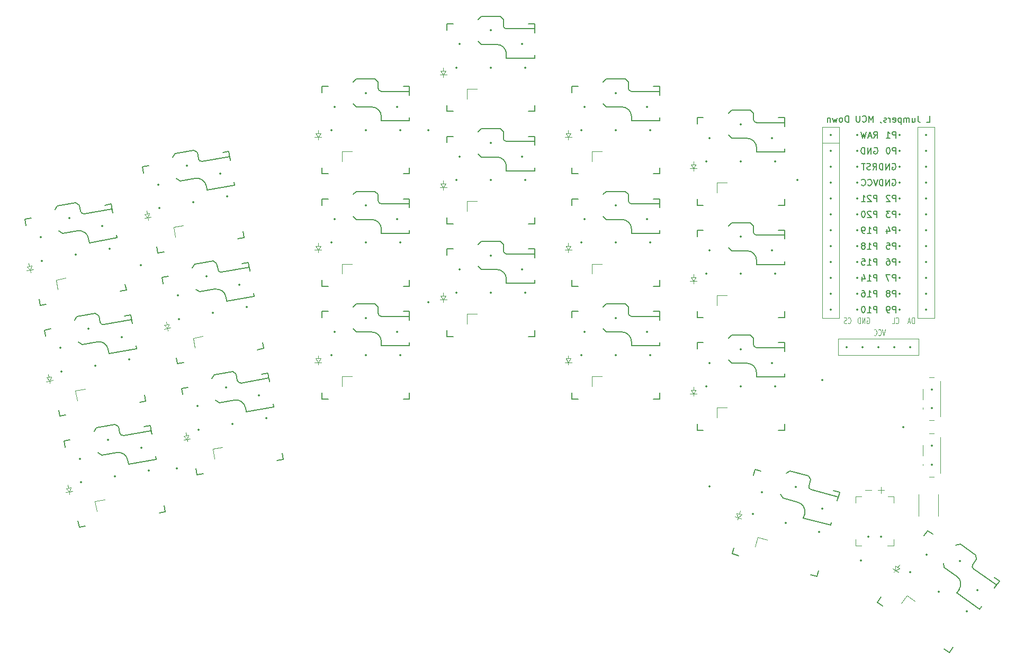
<source format=gbo>
%TF.GenerationSoftware,KiCad,Pcbnew,8.0.5*%
%TF.CreationDate,2024-10-13T17:07:22+02:00*%
%TF.ProjectId,BlockyTypeV0.2.3-rounded,426c6f63-6b79-4547-9970-6556302e322e,v1.0.0*%
%TF.SameCoordinates,Original*%
%TF.FileFunction,Legend,Bot*%
%TF.FilePolarity,Positive*%
%FSLAX46Y46*%
G04 Gerber Fmt 4.6, Leading zero omitted, Abs format (unit mm)*
G04 Created by KiCad (PCBNEW 8.0.5) date 2024-10-13 17:07:22*
%MOMM*%
%LPD*%
G01*
G04 APERTURE LIST*
%ADD10C,0.100000*%
%ADD11C,0.150000*%
%ADD12C,0.120000*%
%ADD13C,0.350000*%
G04 APERTURE END LIST*
D10*
X113551466Y36202410D02*
X113318133Y35202410D01*
X113318133Y35202410D02*
X113084799Y36202410D01*
X112451466Y35297649D02*
X112484799Y35250030D01*
X112484799Y35250030D02*
X112584799Y35202410D01*
X112584799Y35202410D02*
X112651466Y35202410D01*
X112651466Y35202410D02*
X112751466Y35250030D01*
X112751466Y35250030D02*
X112818133Y35345268D01*
X112818133Y35345268D02*
X112851466Y35440506D01*
X112851466Y35440506D02*
X112884799Y35630982D01*
X112884799Y35630982D02*
X112884799Y35773839D01*
X112884799Y35773839D02*
X112851466Y35964315D01*
X112851466Y35964315D02*
X112818133Y36059553D01*
X112818133Y36059553D02*
X112751466Y36154791D01*
X112751466Y36154791D02*
X112651466Y36202410D01*
X112651466Y36202410D02*
X112584799Y36202410D01*
X112584799Y36202410D02*
X112484799Y36154791D01*
X112484799Y36154791D02*
X112451466Y36107172D01*
X111751466Y35297649D02*
X111784799Y35250030D01*
X111784799Y35250030D02*
X111884799Y35202410D01*
X111884799Y35202410D02*
X111951466Y35202410D01*
X111951466Y35202410D02*
X112051466Y35250030D01*
X112051466Y35250030D02*
X112118133Y35345268D01*
X112118133Y35345268D02*
X112151466Y35440506D01*
X112151466Y35440506D02*
X112184799Y35630982D01*
X112184799Y35630982D02*
X112184799Y35773839D01*
X112184799Y35773839D02*
X112151466Y35964315D01*
X112151466Y35964315D02*
X112118133Y36059553D01*
X112118133Y36059553D02*
X112051466Y36154791D01*
X112051466Y36154791D02*
X111951466Y36202410D01*
X111951466Y36202410D02*
X111884799Y36202410D01*
X111884799Y36202410D02*
X111784799Y36154791D01*
X111784799Y36154791D02*
X111751466Y36107172D01*
X110621464Y38054795D02*
X110688131Y38102414D01*
X110688131Y38102414D02*
X110788131Y38102414D01*
X110788131Y38102414D02*
X110888131Y38054795D01*
X110888131Y38054795D02*
X110954798Y37959557D01*
X110954798Y37959557D02*
X110988131Y37864319D01*
X110988131Y37864319D02*
X111021464Y37673843D01*
X111021464Y37673843D02*
X111021464Y37530986D01*
X111021464Y37530986D02*
X110988131Y37340510D01*
X110988131Y37340510D02*
X110954798Y37245272D01*
X110954798Y37245272D02*
X110888131Y37150034D01*
X110888131Y37150034D02*
X110788131Y37102414D01*
X110788131Y37102414D02*
X110721464Y37102414D01*
X110721464Y37102414D02*
X110621464Y37150034D01*
X110621464Y37150034D02*
X110588131Y37197653D01*
X110588131Y37197653D02*
X110588131Y37530986D01*
X110588131Y37530986D02*
X110721464Y37530986D01*
X110288131Y37102414D02*
X110288131Y38102414D01*
X110288131Y38102414D02*
X109888131Y37102414D01*
X109888131Y37102414D02*
X109888131Y38102414D01*
X109554798Y37102414D02*
X109554798Y38102414D01*
X109554798Y38102414D02*
X109388131Y38102414D01*
X109388131Y38102414D02*
X109288131Y38054795D01*
X109288131Y38054795D02*
X109221465Y37959557D01*
X109221465Y37959557D02*
X109188131Y37864319D01*
X109188131Y37864319D02*
X109154798Y37673843D01*
X109154798Y37673843D02*
X109154798Y37530986D01*
X109154798Y37530986D02*
X109188131Y37340510D01*
X109188131Y37340510D02*
X109221465Y37245272D01*
X109221465Y37245272D02*
X109288131Y37150034D01*
X109288131Y37150034D02*
X109388131Y37102414D01*
X109388131Y37102414D02*
X109554798Y37102414D01*
X115254799Y37197649D02*
X115288132Y37150030D01*
X115288132Y37150030D02*
X115388132Y37102410D01*
X115388132Y37102410D02*
X115454799Y37102410D01*
X115454799Y37102410D02*
X115554799Y37150030D01*
X115554799Y37150030D02*
X115621466Y37245268D01*
X115621466Y37245268D02*
X115654799Y37340506D01*
X115654799Y37340506D02*
X115688132Y37530982D01*
X115688132Y37530982D02*
X115688132Y37673839D01*
X115688132Y37673839D02*
X115654799Y37864315D01*
X115654799Y37864315D02*
X115621466Y37959553D01*
X115621466Y37959553D02*
X115554799Y38054791D01*
X115554799Y38054791D02*
X115454799Y38102410D01*
X115454799Y38102410D02*
X115388132Y38102410D01*
X115388132Y38102410D02*
X115288132Y38054791D01*
X115288132Y38054791D02*
X115254799Y38007172D01*
X114621466Y37102410D02*
X114954799Y37102410D01*
X114954799Y37102410D02*
X114954799Y38102410D01*
X107604799Y37197649D02*
X107638132Y37150030D01*
X107638132Y37150030D02*
X107738132Y37102410D01*
X107738132Y37102410D02*
X107804799Y37102410D01*
X107804799Y37102410D02*
X107904799Y37150030D01*
X107904799Y37150030D02*
X107971466Y37245268D01*
X107971466Y37245268D02*
X108004799Y37340506D01*
X108004799Y37340506D02*
X108038132Y37530982D01*
X108038132Y37530982D02*
X108038132Y37673839D01*
X108038132Y37673839D02*
X108004799Y37864315D01*
X108004799Y37864315D02*
X107971466Y37959553D01*
X107971466Y37959553D02*
X107904799Y38054791D01*
X107904799Y38054791D02*
X107804799Y38102410D01*
X107804799Y38102410D02*
X107738132Y38102410D01*
X107738132Y38102410D02*
X107638132Y38054791D01*
X107638132Y38054791D02*
X107604799Y38007172D01*
X107338132Y37150030D02*
X107238132Y37102410D01*
X107238132Y37102410D02*
X107071466Y37102410D01*
X107071466Y37102410D02*
X107004799Y37150030D01*
X107004799Y37150030D02*
X106971466Y37197649D01*
X106971466Y37197649D02*
X106938132Y37292887D01*
X106938132Y37292887D02*
X106938132Y37388125D01*
X106938132Y37388125D02*
X106971466Y37483363D01*
X106971466Y37483363D02*
X107004799Y37530982D01*
X107004799Y37530982D02*
X107071466Y37578601D01*
X107071466Y37578601D02*
X107204799Y37626220D01*
X107204799Y37626220D02*
X107271466Y37673839D01*
X107271466Y37673839D02*
X107304799Y37721458D01*
X107304799Y37721458D02*
X107338132Y37816696D01*
X107338132Y37816696D02*
X107338132Y37911934D01*
X107338132Y37911934D02*
X107304799Y38007172D01*
X107304799Y38007172D02*
X107271466Y38054791D01*
X107271466Y38054791D02*
X107204799Y38102410D01*
X107204799Y38102410D02*
X107038132Y38102410D01*
X107038132Y38102410D02*
X106938132Y38054791D01*
X118171466Y37102410D02*
X118171466Y38102410D01*
X118171466Y38102410D02*
X118004799Y38102410D01*
X118004799Y38102410D02*
X117904799Y38054791D01*
X117904799Y38054791D02*
X117838133Y37959553D01*
X117838133Y37959553D02*
X117804799Y37864315D01*
X117804799Y37864315D02*
X117771466Y37673839D01*
X117771466Y37673839D02*
X117771466Y37530982D01*
X117771466Y37530982D02*
X117804799Y37340506D01*
X117804799Y37340506D02*
X117838133Y37245268D01*
X117838133Y37245268D02*
X117904799Y37150030D01*
X117904799Y37150030D02*
X118004799Y37102410D01*
X118004799Y37102410D02*
X118171466Y37102410D01*
X117504799Y37388125D02*
X117171466Y37388125D01*
X117571466Y37102410D02*
X117338133Y38102410D01*
X117338133Y38102410D02*
X117104799Y37102410D01*
D11*
X112351465Y60185022D02*
X112018132Y59185022D01*
X112018132Y59185022D02*
X111684799Y60185022D01*
X110780037Y59280261D02*
X110827656Y59232642D01*
X110827656Y59232642D02*
X110970513Y59185022D01*
X110970513Y59185022D02*
X111065751Y59185022D01*
X111065751Y59185022D02*
X111208608Y59232642D01*
X111208608Y59232642D02*
X111303846Y59327880D01*
X111303846Y59327880D02*
X111351465Y59423118D01*
X111351465Y59423118D02*
X111399084Y59613594D01*
X111399084Y59613594D02*
X111399084Y59756451D01*
X111399084Y59756451D02*
X111351465Y59946927D01*
X111351465Y59946927D02*
X111303846Y60042165D01*
X111303846Y60042165D02*
X111208608Y60137403D01*
X111208608Y60137403D02*
X111065751Y60185022D01*
X111065751Y60185022D02*
X110970513Y60185022D01*
X110970513Y60185022D02*
X110827656Y60137403D01*
X110827656Y60137403D02*
X110780037Y60089784D01*
X109780037Y59280261D02*
X109827656Y59232642D01*
X109827656Y59232642D02*
X109970513Y59185022D01*
X109970513Y59185022D02*
X110065751Y59185022D01*
X110065751Y59185022D02*
X110208608Y59232642D01*
X110208608Y59232642D02*
X110303846Y59327880D01*
X110303846Y59327880D02*
X110351465Y59423118D01*
X110351465Y59423118D02*
X110399084Y59613594D01*
X110399084Y59613594D02*
X110399084Y59756451D01*
X110399084Y59756451D02*
X110351465Y59946927D01*
X110351465Y59946927D02*
X110303846Y60042165D01*
X110303846Y60042165D02*
X110208608Y60137403D01*
X110208608Y60137403D02*
X110065751Y60185022D01*
X110065751Y60185022D02*
X109970513Y60185022D01*
X109970513Y60185022D02*
X109827656Y60137403D01*
X109827656Y60137403D02*
X109780037Y60089784D01*
X112232418Y43945022D02*
X112232418Y44945022D01*
X112232418Y44945022D02*
X111851466Y44945022D01*
X111851466Y44945022D02*
X111756228Y44897403D01*
X111756228Y44897403D02*
X111708609Y44849784D01*
X111708609Y44849784D02*
X111660990Y44754546D01*
X111660990Y44754546D02*
X111660990Y44611689D01*
X111660990Y44611689D02*
X111708609Y44516451D01*
X111708609Y44516451D02*
X111756228Y44468832D01*
X111756228Y44468832D02*
X111851466Y44421213D01*
X111851466Y44421213D02*
X112232418Y44421213D01*
X110708609Y43945022D02*
X111280037Y43945022D01*
X110994323Y43945022D02*
X110994323Y44945022D01*
X110994323Y44945022D02*
X111089561Y44802165D01*
X111089561Y44802165D02*
X111184799Y44706927D01*
X111184799Y44706927D02*
X111280037Y44659308D01*
X109851466Y44611689D02*
X109851466Y43945022D01*
X110089561Y44992642D02*
X110327656Y44278356D01*
X110327656Y44278356D02*
X109708609Y44278356D01*
X115246227Y41405022D02*
X115246227Y42405022D01*
X115246227Y42405022D02*
X114865275Y42405022D01*
X114865275Y42405022D02*
X114770037Y42357403D01*
X114770037Y42357403D02*
X114722418Y42309784D01*
X114722418Y42309784D02*
X114674799Y42214546D01*
X114674799Y42214546D02*
X114674799Y42071689D01*
X114674799Y42071689D02*
X114722418Y41976451D01*
X114722418Y41976451D02*
X114770037Y41928832D01*
X114770037Y41928832D02*
X114865275Y41881213D01*
X114865275Y41881213D02*
X115246227Y41881213D01*
X114103370Y41976451D02*
X114198608Y42024070D01*
X114198608Y42024070D02*
X114246227Y42071689D01*
X114246227Y42071689D02*
X114293846Y42166927D01*
X114293846Y42166927D02*
X114293846Y42214546D01*
X114293846Y42214546D02*
X114246227Y42309784D01*
X114246227Y42309784D02*
X114198608Y42357403D01*
X114198608Y42357403D02*
X114103370Y42405022D01*
X114103370Y42405022D02*
X113912894Y42405022D01*
X113912894Y42405022D02*
X113817656Y42357403D01*
X113817656Y42357403D02*
X113770037Y42309784D01*
X113770037Y42309784D02*
X113722418Y42214546D01*
X113722418Y42214546D02*
X113722418Y42166927D01*
X113722418Y42166927D02*
X113770037Y42071689D01*
X113770037Y42071689D02*
X113817656Y42024070D01*
X113817656Y42024070D02*
X113912894Y41976451D01*
X113912894Y41976451D02*
X114103370Y41976451D01*
X114103370Y41976451D02*
X114198608Y41928832D01*
X114198608Y41928832D02*
X114246227Y41881213D01*
X114246227Y41881213D02*
X114293846Y41785975D01*
X114293846Y41785975D02*
X114293846Y41595499D01*
X114293846Y41595499D02*
X114246227Y41500261D01*
X114246227Y41500261D02*
X114198608Y41452642D01*
X114198608Y41452642D02*
X114103370Y41405022D01*
X114103370Y41405022D02*
X113912894Y41405022D01*
X113912894Y41405022D02*
X113817656Y41452642D01*
X113817656Y41452642D02*
X113770037Y41500261D01*
X113770037Y41500261D02*
X113722418Y41595499D01*
X113722418Y41595499D02*
X113722418Y41785975D01*
X113722418Y41785975D02*
X113770037Y41881213D01*
X113770037Y41881213D02*
X113817656Y41928832D01*
X113817656Y41928832D02*
X113912894Y41976451D01*
X111708608Y66805018D02*
X112041941Y67281209D01*
X112280036Y66805018D02*
X112280036Y67805018D01*
X112280036Y67805018D02*
X111899084Y67805018D01*
X111899084Y67805018D02*
X111803846Y67757399D01*
X111803846Y67757399D02*
X111756227Y67709780D01*
X111756227Y67709780D02*
X111708608Y67614542D01*
X111708608Y67614542D02*
X111708608Y67471685D01*
X111708608Y67471685D02*
X111756227Y67376447D01*
X111756227Y67376447D02*
X111803846Y67328828D01*
X111803846Y67328828D02*
X111899084Y67281209D01*
X111899084Y67281209D02*
X112280036Y67281209D01*
X111327655Y67090733D02*
X110851465Y67090733D01*
X111422893Y66805018D02*
X111089560Y67805018D01*
X111089560Y67805018D02*
X110756227Y66805018D01*
X110518131Y67805018D02*
X110280036Y66805018D01*
X110280036Y66805018D02*
X110089560Y67519304D01*
X110089560Y67519304D02*
X109899084Y66805018D01*
X109899084Y66805018D02*
X109660989Y67805018D01*
X112232418Y41405022D02*
X112232418Y42405022D01*
X112232418Y42405022D02*
X111851466Y42405022D01*
X111851466Y42405022D02*
X111756228Y42357403D01*
X111756228Y42357403D02*
X111708609Y42309784D01*
X111708609Y42309784D02*
X111660990Y42214546D01*
X111660990Y42214546D02*
X111660990Y42071689D01*
X111660990Y42071689D02*
X111708609Y41976451D01*
X111708609Y41976451D02*
X111756228Y41928832D01*
X111756228Y41928832D02*
X111851466Y41881213D01*
X111851466Y41881213D02*
X112232418Y41881213D01*
X110708609Y41405022D02*
X111280037Y41405022D01*
X110994323Y41405022D02*
X110994323Y42405022D01*
X110994323Y42405022D02*
X111089561Y42262165D01*
X111089561Y42262165D02*
X111184799Y42166927D01*
X111184799Y42166927D02*
X111280037Y42119308D01*
X109851466Y42405022D02*
X110041942Y42405022D01*
X110041942Y42405022D02*
X110137180Y42357403D01*
X110137180Y42357403D02*
X110184799Y42309784D01*
X110184799Y42309784D02*
X110280037Y42166927D01*
X110280037Y42166927D02*
X110327656Y41976451D01*
X110327656Y41976451D02*
X110327656Y41595499D01*
X110327656Y41595499D02*
X110280037Y41500261D01*
X110280037Y41500261D02*
X110232418Y41452642D01*
X110232418Y41452642D02*
X110137180Y41405022D01*
X110137180Y41405022D02*
X109946704Y41405022D01*
X109946704Y41405022D02*
X109851466Y41452642D01*
X109851466Y41452642D02*
X109803847Y41500261D01*
X109803847Y41500261D02*
X109756228Y41595499D01*
X109756228Y41595499D02*
X109756228Y41833594D01*
X109756228Y41833594D02*
X109803847Y41928832D01*
X109803847Y41928832D02*
X109851466Y41976451D01*
X109851466Y41976451D02*
X109946704Y42024070D01*
X109946704Y42024070D02*
X110137180Y42024070D01*
X110137180Y42024070D02*
X110232418Y41976451D01*
X110232418Y41976451D02*
X110280037Y41928832D01*
X110280037Y41928832D02*
X110327656Y41833594D01*
X111565752Y61725022D02*
X111899085Y62201213D01*
X112137180Y61725022D02*
X112137180Y62725022D01*
X112137180Y62725022D02*
X111756228Y62725022D01*
X111756228Y62725022D02*
X111660990Y62677403D01*
X111660990Y62677403D02*
X111613371Y62629784D01*
X111613371Y62629784D02*
X111565752Y62534546D01*
X111565752Y62534546D02*
X111565752Y62391689D01*
X111565752Y62391689D02*
X111613371Y62296451D01*
X111613371Y62296451D02*
X111660990Y62248832D01*
X111660990Y62248832D02*
X111756228Y62201213D01*
X111756228Y62201213D02*
X112137180Y62201213D01*
X111184799Y61772642D02*
X111041942Y61725022D01*
X111041942Y61725022D02*
X110803847Y61725022D01*
X110803847Y61725022D02*
X110708609Y61772642D01*
X110708609Y61772642D02*
X110660990Y61820261D01*
X110660990Y61820261D02*
X110613371Y61915499D01*
X110613371Y61915499D02*
X110613371Y62010737D01*
X110613371Y62010737D02*
X110660990Y62105975D01*
X110660990Y62105975D02*
X110708609Y62153594D01*
X110708609Y62153594D02*
X110803847Y62201213D01*
X110803847Y62201213D02*
X110994323Y62248832D01*
X110994323Y62248832D02*
X111089561Y62296451D01*
X111089561Y62296451D02*
X111137180Y62344070D01*
X111137180Y62344070D02*
X111184799Y62439308D01*
X111184799Y62439308D02*
X111184799Y62534546D01*
X111184799Y62534546D02*
X111137180Y62629784D01*
X111137180Y62629784D02*
X111089561Y62677403D01*
X111089561Y62677403D02*
X110994323Y62725022D01*
X110994323Y62725022D02*
X110756228Y62725022D01*
X110756228Y62725022D02*
X110613371Y62677403D01*
X110327656Y62725022D02*
X109756228Y62725022D01*
X110041942Y61725022D02*
X110041942Y62725022D01*
X115246227Y46485022D02*
X115246227Y47485022D01*
X115246227Y47485022D02*
X114865275Y47485022D01*
X114865275Y47485022D02*
X114770037Y47437403D01*
X114770037Y47437403D02*
X114722418Y47389784D01*
X114722418Y47389784D02*
X114674799Y47294546D01*
X114674799Y47294546D02*
X114674799Y47151689D01*
X114674799Y47151689D02*
X114722418Y47056451D01*
X114722418Y47056451D02*
X114770037Y47008832D01*
X114770037Y47008832D02*
X114865275Y46961213D01*
X114865275Y46961213D02*
X115246227Y46961213D01*
X113817656Y47485022D02*
X114008132Y47485022D01*
X114008132Y47485022D02*
X114103370Y47437403D01*
X114103370Y47437403D02*
X114150989Y47389784D01*
X114150989Y47389784D02*
X114246227Y47246927D01*
X114246227Y47246927D02*
X114293846Y47056451D01*
X114293846Y47056451D02*
X114293846Y46675499D01*
X114293846Y46675499D02*
X114246227Y46580261D01*
X114246227Y46580261D02*
X114198608Y46532642D01*
X114198608Y46532642D02*
X114103370Y46485022D01*
X114103370Y46485022D02*
X113912894Y46485022D01*
X113912894Y46485022D02*
X113817656Y46532642D01*
X113817656Y46532642D02*
X113770037Y46580261D01*
X113770037Y46580261D02*
X113722418Y46675499D01*
X113722418Y46675499D02*
X113722418Y46913594D01*
X113722418Y46913594D02*
X113770037Y47008832D01*
X113770037Y47008832D02*
X113817656Y47056451D01*
X113817656Y47056451D02*
X113912894Y47104070D01*
X113912894Y47104070D02*
X114103370Y47104070D01*
X114103370Y47104070D02*
X114198608Y47056451D01*
X114198608Y47056451D02*
X114246227Y47008832D01*
X114246227Y47008832D02*
X114293846Y46913594D01*
X115246229Y43945022D02*
X115246229Y44945022D01*
X115246229Y44945022D02*
X114865277Y44945022D01*
X114865277Y44945022D02*
X114770039Y44897403D01*
X114770039Y44897403D02*
X114722420Y44849784D01*
X114722420Y44849784D02*
X114674801Y44754546D01*
X114674801Y44754546D02*
X114674801Y44611689D01*
X114674801Y44611689D02*
X114722420Y44516451D01*
X114722420Y44516451D02*
X114770039Y44468832D01*
X114770039Y44468832D02*
X114865277Y44421213D01*
X114865277Y44421213D02*
X115246229Y44421213D01*
X114341467Y44945022D02*
X113674801Y44945022D01*
X113674801Y44945022D02*
X114103372Y43945022D01*
X115246227Y56645022D02*
X115246227Y57645022D01*
X115246227Y57645022D02*
X114865275Y57645022D01*
X114865275Y57645022D02*
X114770037Y57597403D01*
X114770037Y57597403D02*
X114722418Y57549784D01*
X114722418Y57549784D02*
X114674799Y57454546D01*
X114674799Y57454546D02*
X114674799Y57311689D01*
X114674799Y57311689D02*
X114722418Y57216451D01*
X114722418Y57216451D02*
X114770037Y57168832D01*
X114770037Y57168832D02*
X114865275Y57121213D01*
X114865275Y57121213D02*
X115246227Y57121213D01*
X114293846Y57549784D02*
X114246227Y57597403D01*
X114246227Y57597403D02*
X114150989Y57645022D01*
X114150989Y57645022D02*
X113912894Y57645022D01*
X113912894Y57645022D02*
X113817656Y57597403D01*
X113817656Y57597403D02*
X113770037Y57549784D01*
X113770037Y57549784D02*
X113722418Y57454546D01*
X113722418Y57454546D02*
X113722418Y57359308D01*
X113722418Y57359308D02*
X113770037Y57216451D01*
X113770037Y57216451D02*
X114341465Y56645022D01*
X114341465Y56645022D02*
X113722418Y56645022D01*
X115246227Y38865022D02*
X115246227Y39865022D01*
X115246227Y39865022D02*
X114865275Y39865022D01*
X114865275Y39865022D02*
X114770037Y39817403D01*
X114770037Y39817403D02*
X114722418Y39769784D01*
X114722418Y39769784D02*
X114674799Y39674546D01*
X114674799Y39674546D02*
X114674799Y39531689D01*
X114674799Y39531689D02*
X114722418Y39436451D01*
X114722418Y39436451D02*
X114770037Y39388832D01*
X114770037Y39388832D02*
X114865275Y39341213D01*
X114865275Y39341213D02*
X115246227Y39341213D01*
X114198608Y38865022D02*
X114008132Y38865022D01*
X114008132Y38865022D02*
X113912894Y38912642D01*
X113912894Y38912642D02*
X113865275Y38960261D01*
X113865275Y38960261D02*
X113770037Y39103118D01*
X113770037Y39103118D02*
X113722418Y39293594D01*
X113722418Y39293594D02*
X113722418Y39674546D01*
X113722418Y39674546D02*
X113770037Y39769784D01*
X113770037Y39769784D02*
X113817656Y39817403D01*
X113817656Y39817403D02*
X113912894Y39865022D01*
X113912894Y39865022D02*
X114103370Y39865022D01*
X114103370Y39865022D02*
X114198608Y39817403D01*
X114198608Y39817403D02*
X114246227Y39769784D01*
X114246227Y39769784D02*
X114293846Y39674546D01*
X114293846Y39674546D02*
X114293846Y39436451D01*
X114293846Y39436451D02*
X114246227Y39341213D01*
X114246227Y39341213D02*
X114198608Y39293594D01*
X114198608Y39293594D02*
X114103370Y39245975D01*
X114103370Y39245975D02*
X113912894Y39245975D01*
X113912894Y39245975D02*
X113817656Y39293594D01*
X113817656Y39293594D02*
X113770037Y39341213D01*
X113770037Y39341213D02*
X113722418Y39436451D01*
X112232418Y54105024D02*
X112232418Y55105024D01*
X112232418Y55105024D02*
X111851466Y55105024D01*
X111851466Y55105024D02*
X111756228Y55057405D01*
X111756228Y55057405D02*
X111708609Y55009786D01*
X111708609Y55009786D02*
X111660990Y54914548D01*
X111660990Y54914548D02*
X111660990Y54771691D01*
X111660990Y54771691D02*
X111708609Y54676453D01*
X111708609Y54676453D02*
X111756228Y54628834D01*
X111756228Y54628834D02*
X111851466Y54581215D01*
X111851466Y54581215D02*
X112232418Y54581215D01*
X111280037Y55009786D02*
X111232418Y55057405D01*
X111232418Y55057405D02*
X111137180Y55105024D01*
X111137180Y55105024D02*
X110899085Y55105024D01*
X110899085Y55105024D02*
X110803847Y55057405D01*
X110803847Y55057405D02*
X110756228Y55009786D01*
X110756228Y55009786D02*
X110708609Y54914548D01*
X110708609Y54914548D02*
X110708609Y54819310D01*
X110708609Y54819310D02*
X110756228Y54676453D01*
X110756228Y54676453D02*
X111327656Y54105024D01*
X111327656Y54105024D02*
X110708609Y54105024D01*
X110089561Y55105024D02*
X109994323Y55105024D01*
X109994323Y55105024D02*
X109899085Y55057405D01*
X109899085Y55057405D02*
X109851466Y55009786D01*
X109851466Y55009786D02*
X109803847Y54914548D01*
X109803847Y54914548D02*
X109756228Y54724072D01*
X109756228Y54724072D02*
X109756228Y54485977D01*
X109756228Y54485977D02*
X109803847Y54295501D01*
X109803847Y54295501D02*
X109851466Y54200263D01*
X109851466Y54200263D02*
X109899085Y54152644D01*
X109899085Y54152644D02*
X109994323Y54105024D01*
X109994323Y54105024D02*
X110089561Y54105024D01*
X110089561Y54105024D02*
X110184799Y54152644D01*
X110184799Y54152644D02*
X110232418Y54200263D01*
X110232418Y54200263D02*
X110280037Y54295501D01*
X110280037Y54295501D02*
X110327656Y54485977D01*
X110327656Y54485977D02*
X110327656Y54724072D01*
X110327656Y54724072D02*
X110280037Y54914548D01*
X110280037Y54914548D02*
X110232418Y55009786D01*
X110232418Y55009786D02*
X110184799Y55057405D01*
X110184799Y55057405D02*
X110089561Y55105024D01*
X115246227Y54105022D02*
X115246227Y55105022D01*
X115246227Y55105022D02*
X114865275Y55105022D01*
X114865275Y55105022D02*
X114770037Y55057403D01*
X114770037Y55057403D02*
X114722418Y55009784D01*
X114722418Y55009784D02*
X114674799Y54914546D01*
X114674799Y54914546D02*
X114674799Y54771689D01*
X114674799Y54771689D02*
X114722418Y54676451D01*
X114722418Y54676451D02*
X114770037Y54628832D01*
X114770037Y54628832D02*
X114865275Y54581213D01*
X114865275Y54581213D02*
X115246227Y54581213D01*
X114341465Y55105022D02*
X113722418Y55105022D01*
X113722418Y55105022D02*
X114055751Y54724070D01*
X114055751Y54724070D02*
X113912894Y54724070D01*
X113912894Y54724070D02*
X113817656Y54676451D01*
X113817656Y54676451D02*
X113770037Y54628832D01*
X113770037Y54628832D02*
X113722418Y54533594D01*
X113722418Y54533594D02*
X113722418Y54295499D01*
X113722418Y54295499D02*
X113770037Y54200261D01*
X113770037Y54200261D02*
X113817656Y54152642D01*
X113817656Y54152642D02*
X113912894Y54105022D01*
X113912894Y54105022D02*
X114198608Y54105022D01*
X114198608Y54105022D02*
X114293846Y54152642D01*
X114293846Y54152642D02*
X114341465Y54200261D01*
X112232418Y56645022D02*
X112232418Y57645022D01*
X112232418Y57645022D02*
X111851466Y57645022D01*
X111851466Y57645022D02*
X111756228Y57597403D01*
X111756228Y57597403D02*
X111708609Y57549784D01*
X111708609Y57549784D02*
X111660990Y57454546D01*
X111660990Y57454546D02*
X111660990Y57311689D01*
X111660990Y57311689D02*
X111708609Y57216451D01*
X111708609Y57216451D02*
X111756228Y57168832D01*
X111756228Y57168832D02*
X111851466Y57121213D01*
X111851466Y57121213D02*
X112232418Y57121213D01*
X111280037Y57549784D02*
X111232418Y57597403D01*
X111232418Y57597403D02*
X111137180Y57645022D01*
X111137180Y57645022D02*
X110899085Y57645022D01*
X110899085Y57645022D02*
X110803847Y57597403D01*
X110803847Y57597403D02*
X110756228Y57549784D01*
X110756228Y57549784D02*
X110708609Y57454546D01*
X110708609Y57454546D02*
X110708609Y57359308D01*
X110708609Y57359308D02*
X110756228Y57216451D01*
X110756228Y57216451D02*
X111327656Y56645022D01*
X111327656Y56645022D02*
X110708609Y56645022D01*
X109756228Y56645022D02*
X110327656Y56645022D01*
X110041942Y56645022D02*
X110041942Y57645022D01*
X110041942Y57645022D02*
X110137180Y57502165D01*
X110137180Y57502165D02*
X110232418Y57406927D01*
X110232418Y57406927D02*
X110327656Y57359308D01*
X115246227Y49025022D02*
X115246227Y50025022D01*
X115246227Y50025022D02*
X114865275Y50025022D01*
X114865275Y50025022D02*
X114770037Y49977403D01*
X114770037Y49977403D02*
X114722418Y49929784D01*
X114722418Y49929784D02*
X114674799Y49834546D01*
X114674799Y49834546D02*
X114674799Y49691689D01*
X114674799Y49691689D02*
X114722418Y49596451D01*
X114722418Y49596451D02*
X114770037Y49548832D01*
X114770037Y49548832D02*
X114865275Y49501213D01*
X114865275Y49501213D02*
X115246227Y49501213D01*
X113770037Y50025022D02*
X114246227Y50025022D01*
X114246227Y50025022D02*
X114293846Y49548832D01*
X114293846Y49548832D02*
X114246227Y49596451D01*
X114246227Y49596451D02*
X114150989Y49644070D01*
X114150989Y49644070D02*
X113912894Y49644070D01*
X113912894Y49644070D02*
X113817656Y49596451D01*
X113817656Y49596451D02*
X113770037Y49548832D01*
X113770037Y49548832D02*
X113722418Y49453594D01*
X113722418Y49453594D02*
X113722418Y49215499D01*
X113722418Y49215499D02*
X113770037Y49120261D01*
X113770037Y49120261D02*
X113817656Y49072642D01*
X113817656Y49072642D02*
X113912894Y49025022D01*
X113912894Y49025022D02*
X114150989Y49025022D01*
X114150989Y49025022D02*
X114246227Y49072642D01*
X114246227Y49072642D02*
X114293846Y49120261D01*
X114680037Y62677403D02*
X114775275Y62725022D01*
X114775275Y62725022D02*
X114918132Y62725022D01*
X114918132Y62725022D02*
X115060989Y62677403D01*
X115060989Y62677403D02*
X115156227Y62582165D01*
X115156227Y62582165D02*
X115203846Y62486927D01*
X115203846Y62486927D02*
X115251465Y62296451D01*
X115251465Y62296451D02*
X115251465Y62153594D01*
X115251465Y62153594D02*
X115203846Y61963118D01*
X115203846Y61963118D02*
X115156227Y61867880D01*
X115156227Y61867880D02*
X115060989Y61772642D01*
X115060989Y61772642D02*
X114918132Y61725022D01*
X114918132Y61725022D02*
X114822894Y61725022D01*
X114822894Y61725022D02*
X114680037Y61772642D01*
X114680037Y61772642D02*
X114632418Y61820261D01*
X114632418Y61820261D02*
X114632418Y62153594D01*
X114632418Y62153594D02*
X114822894Y62153594D01*
X114203846Y61725022D02*
X114203846Y62725022D01*
X114203846Y62725022D02*
X113632418Y61725022D01*
X113632418Y61725022D02*
X113632418Y62725022D01*
X113156227Y61725022D02*
X113156227Y62725022D01*
X113156227Y62725022D02*
X112918132Y62725022D01*
X112918132Y62725022D02*
X112775275Y62677403D01*
X112775275Y62677403D02*
X112680037Y62582165D01*
X112680037Y62582165D02*
X112632418Y62486927D01*
X112632418Y62486927D02*
X112584799Y62296451D01*
X112584799Y62296451D02*
X112584799Y62153594D01*
X112584799Y62153594D02*
X112632418Y61963118D01*
X112632418Y61963118D02*
X112680037Y61867880D01*
X112680037Y61867880D02*
X112775275Y61772642D01*
X112775275Y61772642D02*
X112918132Y61725022D01*
X112918132Y61725022D02*
X113156227Y61725022D01*
X112232418Y49025022D02*
X112232418Y50025022D01*
X112232418Y50025022D02*
X111851466Y50025022D01*
X111851466Y50025022D02*
X111756228Y49977403D01*
X111756228Y49977403D02*
X111708609Y49929784D01*
X111708609Y49929784D02*
X111660990Y49834546D01*
X111660990Y49834546D02*
X111660990Y49691689D01*
X111660990Y49691689D02*
X111708609Y49596451D01*
X111708609Y49596451D02*
X111756228Y49548832D01*
X111756228Y49548832D02*
X111851466Y49501213D01*
X111851466Y49501213D02*
X112232418Y49501213D01*
X110708609Y49025022D02*
X111280037Y49025022D01*
X110994323Y49025022D02*
X110994323Y50025022D01*
X110994323Y50025022D02*
X111089561Y49882165D01*
X111089561Y49882165D02*
X111184799Y49786927D01*
X111184799Y49786927D02*
X111280037Y49739308D01*
X110137180Y49596451D02*
X110232418Y49644070D01*
X110232418Y49644070D02*
X110280037Y49691689D01*
X110280037Y49691689D02*
X110327656Y49786927D01*
X110327656Y49786927D02*
X110327656Y49834546D01*
X110327656Y49834546D02*
X110280037Y49929784D01*
X110280037Y49929784D02*
X110232418Y49977403D01*
X110232418Y49977403D02*
X110137180Y50025022D01*
X110137180Y50025022D02*
X109946704Y50025022D01*
X109946704Y50025022D02*
X109851466Y49977403D01*
X109851466Y49977403D02*
X109803847Y49929784D01*
X109803847Y49929784D02*
X109756228Y49834546D01*
X109756228Y49834546D02*
X109756228Y49786927D01*
X109756228Y49786927D02*
X109803847Y49691689D01*
X109803847Y49691689D02*
X109851466Y49644070D01*
X109851466Y49644070D02*
X109946704Y49596451D01*
X109946704Y49596451D02*
X110137180Y49596451D01*
X110137180Y49596451D02*
X110232418Y49548832D01*
X110232418Y49548832D02*
X110280037Y49501213D01*
X110280037Y49501213D02*
X110327656Y49405975D01*
X110327656Y49405975D02*
X110327656Y49215499D01*
X110327656Y49215499D02*
X110280037Y49120261D01*
X110280037Y49120261D02*
X110232418Y49072642D01*
X110232418Y49072642D02*
X110137180Y49025022D01*
X110137180Y49025022D02*
X109946704Y49025022D01*
X109946704Y49025022D02*
X109851466Y49072642D01*
X109851466Y49072642D02*
X109803847Y49120261D01*
X109803847Y49120261D02*
X109756228Y49215499D01*
X109756228Y49215499D02*
X109756228Y49405975D01*
X109756228Y49405975D02*
X109803847Y49501213D01*
X109803847Y49501213D02*
X109851466Y49548832D01*
X109851466Y49548832D02*
X109946704Y49596451D01*
X114680037Y60137403D02*
X114775275Y60185022D01*
X114775275Y60185022D02*
X114918132Y60185022D01*
X114918132Y60185022D02*
X115060989Y60137403D01*
X115060989Y60137403D02*
X115156227Y60042165D01*
X115156227Y60042165D02*
X115203846Y59946927D01*
X115203846Y59946927D02*
X115251465Y59756451D01*
X115251465Y59756451D02*
X115251465Y59613594D01*
X115251465Y59613594D02*
X115203846Y59423118D01*
X115203846Y59423118D02*
X115156227Y59327880D01*
X115156227Y59327880D02*
X115060989Y59232642D01*
X115060989Y59232642D02*
X114918132Y59185022D01*
X114918132Y59185022D02*
X114822894Y59185022D01*
X114822894Y59185022D02*
X114680037Y59232642D01*
X114680037Y59232642D02*
X114632418Y59280261D01*
X114632418Y59280261D02*
X114632418Y59613594D01*
X114632418Y59613594D02*
X114822894Y59613594D01*
X114203846Y59185022D02*
X114203846Y60185022D01*
X114203846Y60185022D02*
X113632418Y59185022D01*
X113632418Y59185022D02*
X113632418Y60185022D01*
X113156227Y59185022D02*
X113156227Y60185022D01*
X113156227Y60185022D02*
X112918132Y60185022D01*
X112918132Y60185022D02*
X112775275Y60137403D01*
X112775275Y60137403D02*
X112680037Y60042165D01*
X112680037Y60042165D02*
X112632418Y59946927D01*
X112632418Y59946927D02*
X112584799Y59756451D01*
X112584799Y59756451D02*
X112584799Y59613594D01*
X112584799Y59613594D02*
X112632418Y59423118D01*
X112632418Y59423118D02*
X112680037Y59327880D01*
X112680037Y59327880D02*
X112775275Y59232642D01*
X112775275Y59232642D02*
X112918132Y59185022D01*
X112918132Y59185022D02*
X113156227Y59185022D01*
X111780037Y65217403D02*
X111875275Y65265022D01*
X111875275Y65265022D02*
X112018132Y65265022D01*
X112018132Y65265022D02*
X112160989Y65217403D01*
X112160989Y65217403D02*
X112256227Y65122165D01*
X112256227Y65122165D02*
X112303846Y65026927D01*
X112303846Y65026927D02*
X112351465Y64836451D01*
X112351465Y64836451D02*
X112351465Y64693594D01*
X112351465Y64693594D02*
X112303846Y64503118D01*
X112303846Y64503118D02*
X112256227Y64407880D01*
X112256227Y64407880D02*
X112160989Y64312642D01*
X112160989Y64312642D02*
X112018132Y64265022D01*
X112018132Y64265022D02*
X111922894Y64265022D01*
X111922894Y64265022D02*
X111780037Y64312642D01*
X111780037Y64312642D02*
X111732418Y64360261D01*
X111732418Y64360261D02*
X111732418Y64693594D01*
X111732418Y64693594D02*
X111922894Y64693594D01*
X111303846Y64265022D02*
X111303846Y65265022D01*
X111303846Y65265022D02*
X110732418Y64265022D01*
X110732418Y64265022D02*
X110732418Y65265022D01*
X110256227Y64265022D02*
X110256227Y65265022D01*
X110256227Y65265022D02*
X110018132Y65265022D01*
X110018132Y65265022D02*
X109875275Y65217403D01*
X109875275Y65217403D02*
X109780037Y65122165D01*
X109780037Y65122165D02*
X109732418Y65026927D01*
X109732418Y65026927D02*
X109684799Y64836451D01*
X109684799Y64836451D02*
X109684799Y64693594D01*
X109684799Y64693594D02*
X109732418Y64503118D01*
X109732418Y64503118D02*
X109780037Y64407880D01*
X109780037Y64407880D02*
X109875275Y64312642D01*
X109875275Y64312642D02*
X110018132Y64265022D01*
X110018132Y64265022D02*
X110256227Y64265022D01*
X115246228Y64265023D02*
X115246228Y65265023D01*
X115246228Y65265023D02*
X114865276Y65265023D01*
X114865276Y65265023D02*
X114770038Y65217404D01*
X114770038Y65217404D02*
X114722419Y65169785D01*
X114722419Y65169785D02*
X114674800Y65074547D01*
X114674800Y65074547D02*
X114674800Y64931690D01*
X114674800Y64931690D02*
X114722419Y64836452D01*
X114722419Y64836452D02*
X114770038Y64788833D01*
X114770038Y64788833D02*
X114865276Y64741214D01*
X114865276Y64741214D02*
X115246228Y64741214D01*
X114055752Y65265023D02*
X113960514Y65265023D01*
X113960514Y65265023D02*
X113865276Y65217404D01*
X113865276Y65217404D02*
X113817657Y65169785D01*
X113817657Y65169785D02*
X113770038Y65074547D01*
X113770038Y65074547D02*
X113722419Y64884071D01*
X113722419Y64884071D02*
X113722419Y64645976D01*
X113722419Y64645976D02*
X113770038Y64455500D01*
X113770038Y64455500D02*
X113817657Y64360262D01*
X113817657Y64360262D02*
X113865276Y64312643D01*
X113865276Y64312643D02*
X113960514Y64265023D01*
X113960514Y64265023D02*
X114055752Y64265023D01*
X114055752Y64265023D02*
X114150990Y64312643D01*
X114150990Y64312643D02*
X114198609Y64360262D01*
X114198609Y64360262D02*
X114246228Y64455500D01*
X114246228Y64455500D02*
X114293847Y64645976D01*
X114293847Y64645976D02*
X114293847Y64884071D01*
X114293847Y64884071D02*
X114246228Y65074547D01*
X114246228Y65074547D02*
X114198609Y65169785D01*
X114198609Y65169785D02*
X114150990Y65217404D01*
X114150990Y65217404D02*
X114055752Y65265023D01*
X112232418Y38865022D02*
X112232418Y39865022D01*
X112232418Y39865022D02*
X111851466Y39865022D01*
X111851466Y39865022D02*
X111756228Y39817403D01*
X111756228Y39817403D02*
X111708609Y39769784D01*
X111708609Y39769784D02*
X111660990Y39674546D01*
X111660990Y39674546D02*
X111660990Y39531689D01*
X111660990Y39531689D02*
X111708609Y39436451D01*
X111708609Y39436451D02*
X111756228Y39388832D01*
X111756228Y39388832D02*
X111851466Y39341213D01*
X111851466Y39341213D02*
X112232418Y39341213D01*
X110708609Y38865022D02*
X111280037Y38865022D01*
X110994323Y38865022D02*
X110994323Y39865022D01*
X110994323Y39865022D02*
X111089561Y39722165D01*
X111089561Y39722165D02*
X111184799Y39626927D01*
X111184799Y39626927D02*
X111280037Y39579308D01*
X110089561Y39865022D02*
X109994323Y39865022D01*
X109994323Y39865022D02*
X109899085Y39817403D01*
X109899085Y39817403D02*
X109851466Y39769784D01*
X109851466Y39769784D02*
X109803847Y39674546D01*
X109803847Y39674546D02*
X109756228Y39484070D01*
X109756228Y39484070D02*
X109756228Y39245975D01*
X109756228Y39245975D02*
X109803847Y39055499D01*
X109803847Y39055499D02*
X109851466Y38960261D01*
X109851466Y38960261D02*
X109899085Y38912642D01*
X109899085Y38912642D02*
X109994323Y38865022D01*
X109994323Y38865022D02*
X110089561Y38865022D01*
X110089561Y38865022D02*
X110184799Y38912642D01*
X110184799Y38912642D02*
X110232418Y38960261D01*
X110232418Y38960261D02*
X110280037Y39055499D01*
X110280037Y39055499D02*
X110327656Y39245975D01*
X110327656Y39245975D02*
X110327656Y39484070D01*
X110327656Y39484070D02*
X110280037Y39674546D01*
X110280037Y39674546D02*
X110232418Y39769784D01*
X110232418Y39769784D02*
X110184799Y39817403D01*
X110184799Y39817403D02*
X110089561Y39865022D01*
X115246227Y66805022D02*
X115246227Y67805022D01*
X115246227Y67805022D02*
X114865275Y67805022D01*
X114865275Y67805022D02*
X114770037Y67757403D01*
X114770037Y67757403D02*
X114722418Y67709784D01*
X114722418Y67709784D02*
X114674799Y67614546D01*
X114674799Y67614546D02*
X114674799Y67471689D01*
X114674799Y67471689D02*
X114722418Y67376451D01*
X114722418Y67376451D02*
X114770037Y67328832D01*
X114770037Y67328832D02*
X114865275Y67281213D01*
X114865275Y67281213D02*
X115246227Y67281213D01*
X113722418Y66805022D02*
X114293846Y66805022D01*
X114008132Y66805022D02*
X114008132Y67805022D01*
X114008132Y67805022D02*
X114103370Y67662165D01*
X114103370Y67662165D02*
X114198608Y67566927D01*
X114198608Y67566927D02*
X114293846Y67519308D01*
X112232415Y51565023D02*
X112232415Y52565023D01*
X112232415Y52565023D02*
X111851463Y52565023D01*
X111851463Y52565023D02*
X111756225Y52517404D01*
X111756225Y52517404D02*
X111708606Y52469785D01*
X111708606Y52469785D02*
X111660987Y52374547D01*
X111660987Y52374547D02*
X111660987Y52231690D01*
X111660987Y52231690D02*
X111708606Y52136452D01*
X111708606Y52136452D02*
X111756225Y52088833D01*
X111756225Y52088833D02*
X111851463Y52041214D01*
X111851463Y52041214D02*
X112232415Y52041214D01*
X110708606Y51565023D02*
X111280034Y51565023D01*
X110994320Y51565023D02*
X110994320Y52565023D01*
X110994320Y52565023D02*
X111089558Y52422166D01*
X111089558Y52422166D02*
X111184796Y52326928D01*
X111184796Y52326928D02*
X111280034Y52279309D01*
X110232415Y51565023D02*
X110041939Y51565023D01*
X110041939Y51565023D02*
X109946701Y51612643D01*
X109946701Y51612643D02*
X109899082Y51660262D01*
X109899082Y51660262D02*
X109803844Y51803119D01*
X109803844Y51803119D02*
X109756225Y51993595D01*
X109756225Y51993595D02*
X109756225Y52374547D01*
X109756225Y52374547D02*
X109803844Y52469785D01*
X109803844Y52469785D02*
X109851463Y52517404D01*
X109851463Y52517404D02*
X109946701Y52565023D01*
X109946701Y52565023D02*
X110137177Y52565023D01*
X110137177Y52565023D02*
X110232415Y52517404D01*
X110232415Y52517404D02*
X110280034Y52469785D01*
X110280034Y52469785D02*
X110327653Y52374547D01*
X110327653Y52374547D02*
X110327653Y52136452D01*
X110327653Y52136452D02*
X110280034Y52041214D01*
X110280034Y52041214D02*
X110232415Y51993595D01*
X110232415Y51993595D02*
X110137177Y51945976D01*
X110137177Y51945976D02*
X109946701Y51945976D01*
X109946701Y51945976D02*
X109851463Y51993595D01*
X109851463Y51993595D02*
X109803844Y52041214D01*
X109803844Y52041214D02*
X109756225Y52136452D01*
X115246227Y51565022D02*
X115246227Y52565022D01*
X115246227Y52565022D02*
X114865275Y52565022D01*
X114865275Y52565022D02*
X114770037Y52517403D01*
X114770037Y52517403D02*
X114722418Y52469784D01*
X114722418Y52469784D02*
X114674799Y52374546D01*
X114674799Y52374546D02*
X114674799Y52231689D01*
X114674799Y52231689D02*
X114722418Y52136451D01*
X114722418Y52136451D02*
X114770037Y52088832D01*
X114770037Y52088832D02*
X114865275Y52041213D01*
X114865275Y52041213D02*
X115246227Y52041213D01*
X113817656Y52231689D02*
X113817656Y51565022D01*
X114055751Y52612642D02*
X114293846Y51898356D01*
X114293846Y51898356D02*
X113674799Y51898356D01*
X120158609Y69350022D02*
X120634799Y69350022D01*
X120634799Y69350022D02*
X120634799Y70350022D01*
X118777656Y70350022D02*
X118777656Y69635737D01*
X118777656Y69635737D02*
X118825275Y69492880D01*
X118825275Y69492880D02*
X118920513Y69397642D01*
X118920513Y69397642D02*
X119063370Y69350022D01*
X119063370Y69350022D02*
X119158608Y69350022D01*
X117872894Y70016689D02*
X117872894Y69350022D01*
X118301465Y70016689D02*
X118301465Y69492880D01*
X118301465Y69492880D02*
X118253846Y69397642D01*
X118253846Y69397642D02*
X118158608Y69350022D01*
X118158608Y69350022D02*
X118015751Y69350022D01*
X118015751Y69350022D02*
X117920513Y69397642D01*
X117920513Y69397642D02*
X117872894Y69445261D01*
X117396703Y69350022D02*
X117396703Y70016689D01*
X117396703Y69921451D02*
X117349084Y69969070D01*
X117349084Y69969070D02*
X117253846Y70016689D01*
X117253846Y70016689D02*
X117110989Y70016689D01*
X117110989Y70016689D02*
X117015751Y69969070D01*
X117015751Y69969070D02*
X116968132Y69873832D01*
X116968132Y69873832D02*
X116968132Y69350022D01*
X116968132Y69873832D02*
X116920513Y69969070D01*
X116920513Y69969070D02*
X116825275Y70016689D01*
X116825275Y70016689D02*
X116682418Y70016689D01*
X116682418Y70016689D02*
X116587179Y69969070D01*
X116587179Y69969070D02*
X116539560Y69873832D01*
X116539560Y69873832D02*
X116539560Y69350022D01*
X116063370Y70016689D02*
X116063370Y69016689D01*
X116063370Y69969070D02*
X115968132Y70016689D01*
X115968132Y70016689D02*
X115777656Y70016689D01*
X115777656Y70016689D02*
X115682418Y69969070D01*
X115682418Y69969070D02*
X115634799Y69921451D01*
X115634799Y69921451D02*
X115587180Y69826213D01*
X115587180Y69826213D02*
X115587180Y69540499D01*
X115587180Y69540499D02*
X115634799Y69445261D01*
X115634799Y69445261D02*
X115682418Y69397642D01*
X115682418Y69397642D02*
X115777656Y69350022D01*
X115777656Y69350022D02*
X115968132Y69350022D01*
X115968132Y69350022D02*
X116063370Y69397642D01*
X114777656Y69397642D02*
X114872894Y69350022D01*
X114872894Y69350022D02*
X115063370Y69350022D01*
X115063370Y69350022D02*
X115158608Y69397642D01*
X115158608Y69397642D02*
X115206227Y69492880D01*
X115206227Y69492880D02*
X115206227Y69873832D01*
X115206227Y69873832D02*
X115158608Y69969070D01*
X115158608Y69969070D02*
X115063370Y70016689D01*
X115063370Y70016689D02*
X114872894Y70016689D01*
X114872894Y70016689D02*
X114777656Y69969070D01*
X114777656Y69969070D02*
X114730037Y69873832D01*
X114730037Y69873832D02*
X114730037Y69778594D01*
X114730037Y69778594D02*
X115206227Y69683356D01*
X114301465Y69350022D02*
X114301465Y70016689D01*
X114301465Y69826213D02*
X114253846Y69921451D01*
X114253846Y69921451D02*
X114206227Y69969070D01*
X114206227Y69969070D02*
X114110989Y70016689D01*
X114110989Y70016689D02*
X114015751Y70016689D01*
X113730036Y69397642D02*
X113634798Y69350022D01*
X113634798Y69350022D02*
X113444322Y69350022D01*
X113444322Y69350022D02*
X113349084Y69397642D01*
X113349084Y69397642D02*
X113301465Y69492880D01*
X113301465Y69492880D02*
X113301465Y69540499D01*
X113301465Y69540499D02*
X113349084Y69635737D01*
X113349084Y69635737D02*
X113444322Y69683356D01*
X113444322Y69683356D02*
X113587179Y69683356D01*
X113587179Y69683356D02*
X113682417Y69730975D01*
X113682417Y69730975D02*
X113730036Y69826213D01*
X113730036Y69826213D02*
X113730036Y69873832D01*
X113730036Y69873832D02*
X113682417Y69969070D01*
X113682417Y69969070D02*
X113587179Y70016689D01*
X113587179Y70016689D02*
X113444322Y70016689D01*
X113444322Y70016689D02*
X113349084Y69969070D01*
X112825274Y69397642D02*
X112825274Y69350022D01*
X112825274Y69350022D02*
X112872893Y69254784D01*
X112872893Y69254784D02*
X112920512Y69207165D01*
X111634798Y69350022D02*
X111634798Y70350022D01*
X111634798Y70350022D02*
X111301465Y69635737D01*
X111301465Y69635737D02*
X110968132Y70350022D01*
X110968132Y70350022D02*
X110968132Y69350022D01*
X109920513Y69445261D02*
X109968132Y69397642D01*
X109968132Y69397642D02*
X110110989Y69350022D01*
X110110989Y69350022D02*
X110206227Y69350022D01*
X110206227Y69350022D02*
X110349084Y69397642D01*
X110349084Y69397642D02*
X110444322Y69492880D01*
X110444322Y69492880D02*
X110491941Y69588118D01*
X110491941Y69588118D02*
X110539560Y69778594D01*
X110539560Y69778594D02*
X110539560Y69921451D01*
X110539560Y69921451D02*
X110491941Y70111927D01*
X110491941Y70111927D02*
X110444322Y70207165D01*
X110444322Y70207165D02*
X110349084Y70302403D01*
X110349084Y70302403D02*
X110206227Y70350022D01*
X110206227Y70350022D02*
X110110989Y70350022D01*
X110110989Y70350022D02*
X109968132Y70302403D01*
X109968132Y70302403D02*
X109920513Y70254784D01*
X109491941Y70350022D02*
X109491941Y69540499D01*
X109491941Y69540499D02*
X109444322Y69445261D01*
X109444322Y69445261D02*
X109396703Y69397642D01*
X109396703Y69397642D02*
X109301465Y69350022D01*
X109301465Y69350022D02*
X109110989Y69350022D01*
X109110989Y69350022D02*
X109015751Y69397642D01*
X109015751Y69397642D02*
X108968132Y69445261D01*
X108968132Y69445261D02*
X108920513Y69540499D01*
X108920513Y69540499D02*
X108920513Y70350022D01*
X107682417Y69350022D02*
X107682417Y70350022D01*
X107682417Y70350022D02*
X107444322Y70350022D01*
X107444322Y70350022D02*
X107301465Y70302403D01*
X107301465Y70302403D02*
X107206227Y70207165D01*
X107206227Y70207165D02*
X107158608Y70111927D01*
X107158608Y70111927D02*
X107110989Y69921451D01*
X107110989Y69921451D02*
X107110989Y69778594D01*
X107110989Y69778594D02*
X107158608Y69588118D01*
X107158608Y69588118D02*
X107206227Y69492880D01*
X107206227Y69492880D02*
X107301465Y69397642D01*
X107301465Y69397642D02*
X107444322Y69350022D01*
X107444322Y69350022D02*
X107682417Y69350022D01*
X106539560Y69350022D02*
X106634798Y69397642D01*
X106634798Y69397642D02*
X106682417Y69445261D01*
X106682417Y69445261D02*
X106730036Y69540499D01*
X106730036Y69540499D02*
X106730036Y69826213D01*
X106730036Y69826213D02*
X106682417Y69921451D01*
X106682417Y69921451D02*
X106634798Y69969070D01*
X106634798Y69969070D02*
X106539560Y70016689D01*
X106539560Y70016689D02*
X106396703Y70016689D01*
X106396703Y70016689D02*
X106301465Y69969070D01*
X106301465Y69969070D02*
X106253846Y69921451D01*
X106253846Y69921451D02*
X106206227Y69826213D01*
X106206227Y69826213D02*
X106206227Y69540499D01*
X106206227Y69540499D02*
X106253846Y69445261D01*
X106253846Y69445261D02*
X106301465Y69397642D01*
X106301465Y69397642D02*
X106396703Y69350022D01*
X106396703Y69350022D02*
X106539560Y69350022D01*
X105872893Y70016689D02*
X105682417Y69350022D01*
X105682417Y69350022D02*
X105491941Y69826213D01*
X105491941Y69826213D02*
X105301465Y69350022D01*
X105301465Y69350022D02*
X105110989Y70016689D01*
X104730036Y70016689D02*
X104730036Y69350022D01*
X104730036Y69921451D02*
X104682417Y69969070D01*
X104682417Y69969070D02*
X104587179Y70016689D01*
X104587179Y70016689D02*
X104444322Y70016689D01*
X104444322Y70016689D02*
X104349084Y69969070D01*
X104349084Y69969070D02*
X104301465Y69873832D01*
X104301465Y69873832D02*
X104301465Y69350022D01*
X112232418Y46485022D02*
X112232418Y47485022D01*
X112232418Y47485022D02*
X111851466Y47485022D01*
X111851466Y47485022D02*
X111756228Y47437403D01*
X111756228Y47437403D02*
X111708609Y47389784D01*
X111708609Y47389784D02*
X111660990Y47294546D01*
X111660990Y47294546D02*
X111660990Y47151689D01*
X111660990Y47151689D02*
X111708609Y47056451D01*
X111708609Y47056451D02*
X111756228Y47008832D01*
X111756228Y47008832D02*
X111851466Y46961213D01*
X111851466Y46961213D02*
X112232418Y46961213D01*
X110708609Y46485022D02*
X111280037Y46485022D01*
X110994323Y46485022D02*
X110994323Y47485022D01*
X110994323Y47485022D02*
X111089561Y47342165D01*
X111089561Y47342165D02*
X111184799Y47246927D01*
X111184799Y47246927D02*
X111280037Y47199308D01*
X109803847Y47485022D02*
X110280037Y47485022D01*
X110280037Y47485022D02*
X110327656Y47008832D01*
X110327656Y47008832D02*
X110280037Y47056451D01*
X110280037Y47056451D02*
X110184799Y47104070D01*
X110184799Y47104070D02*
X109946704Y47104070D01*
X109946704Y47104070D02*
X109851466Y47056451D01*
X109851466Y47056451D02*
X109803847Y47008832D01*
X109803847Y47008832D02*
X109756228Y46913594D01*
X109756228Y46913594D02*
X109756228Y46675499D01*
X109756228Y46675499D02*
X109803847Y46580261D01*
X109803847Y46580261D02*
X109851466Y46532642D01*
X109851466Y46532642D02*
X109946704Y46485022D01*
X109946704Y46485022D02*
X110184799Y46485022D01*
X110184799Y46485022D02*
X110280037Y46532642D01*
X110280037Y46532642D02*
X110327656Y46580261D01*
D10*
%TO.C,D4*%
X1371954Y19139228D02*
X2159800Y19278146D01*
X1765877Y19208688D02*
X1679053Y19701091D01*
X1870066Y18617803D02*
X1328422Y18522296D01*
X1870066Y18617803D02*
X1371954Y19139228D01*
X1870066Y18617803D02*
X2411710Y18713306D01*
X1939525Y18223879D02*
X1870066Y18617803D01*
X2159800Y19278146D02*
X1870066Y18617803D01*
%TO.C,D15*%
X62468131Y67509835D02*
X63268131Y67509835D01*
X62868129Y67509837D02*
X62868131Y68009835D01*
X62868131Y66509835D02*
X62868132Y66909836D01*
X62868132Y66909836D02*
X62318135Y66909836D01*
X62868132Y66909836D02*
X62468131Y67509835D01*
X62868132Y66909836D02*
X63418128Y66909832D01*
X63268131Y67509835D02*
X62868132Y66909836D01*
D12*
%TO.C,DISP1*%
X106058133Y34689830D02*
X106058133Y32029829D01*
X118878133Y34689830D02*
X106058133Y34689830D01*
X118878133Y34689830D02*
X118878133Y32029831D01*
X118878133Y32029831D02*
X106058133Y32029829D01*
D11*
%TO.C,S16*%
X83468128Y33059830D02*
X83468130Y34059827D01*
X83468131Y20059832D02*
X83468128Y21059830D01*
X83468131Y20059832D02*
X84468128Y20059830D01*
X84468128Y34059830D02*
X83468130Y34059827D01*
X88468126Y31259830D02*
X88968128Y30759830D01*
X88468128Y34759830D02*
X88968128Y35259830D01*
X88968128Y35259830D02*
X91968128Y35259830D01*
X88968128Y30759830D02*
X91468128Y30759830D01*
X91968128Y35259830D02*
X92468128Y34759830D01*
X92468128Y33759827D02*
X92468128Y34759830D01*
X92968128Y28559830D02*
X97468128Y28559830D01*
X92968130Y29259830D02*
X92968128Y28559830D01*
X96468128Y20059830D02*
X97468126Y20059833D01*
X97468125Y34059828D02*
X96468128Y34059830D01*
X97468125Y34059828D02*
X96468128Y34059830D01*
X97468125Y34059828D02*
X97468128Y33059830D01*
X97468125Y34059828D02*
X97468128Y33059830D01*
X97468128Y33259830D02*
X92968128Y33259830D01*
X97468128Y32659830D02*
X97468128Y33259830D01*
X97468128Y28559830D02*
X97468128Y29059830D01*
X97468128Y21059830D02*
X97468126Y20059833D01*
X91438127Y30759831D02*
G75*
G02*
X92968129Y29229830I1J-1530001D01*
G01*
X92968525Y33259730D02*
G75*
G02*
X92468128Y33749831I-397J500100D01*
G01*
D10*
%TO.C,D13*%
X62468133Y31509829D02*
X63268133Y31509829D01*
X62868131Y31509831D02*
X62868133Y32009829D01*
X62868133Y30509829D02*
X62868134Y30909830D01*
X62868134Y30909830D02*
X62318137Y30909830D01*
X62868134Y30909830D02*
X62468133Y31509829D01*
X62868134Y30909830D02*
X63418130Y30909826D01*
X63268133Y31509829D02*
X62868134Y30909830D01*
%TO.C,D10*%
X42468139Y41509834D02*
X43268139Y41509834D01*
X42868137Y41509836D02*
X42868139Y42009834D01*
X42868139Y40509834D02*
X42868140Y40909835D01*
X42868140Y40909835D02*
X42318143Y40909835D01*
X42868140Y40909835D02*
X42468139Y41509834D01*
X42868140Y40909835D02*
X43418136Y40909831D01*
X43268139Y41509834D02*
X42868140Y40909835D01*
%TO.C,D18*%
X82468136Y62509838D02*
X83268136Y62509838D01*
X82868134Y62509840D02*
X82868136Y63009838D01*
X82868136Y61509838D02*
X82868137Y61909839D01*
X82868137Y61909839D02*
X82318140Y61909839D01*
X82868137Y61909839D02*
X82468136Y62509838D01*
X82868137Y61909839D02*
X83418133Y61909835D01*
X83268136Y62509838D02*
X82868137Y61909839D01*
D11*
%TO.C,S7*%
X23468136Y38059845D02*
X23468138Y39059842D01*
X23468139Y25059847D02*
X23468136Y26059845D01*
X23468139Y25059847D02*
X24468136Y25059845D01*
X24468136Y39059845D02*
X23468138Y39059842D01*
X28468134Y36259845D02*
X28968136Y35759845D01*
X28468136Y39759845D02*
X28968136Y40259845D01*
X28968136Y40259845D02*
X31968136Y40259845D01*
X28968136Y35759845D02*
X31468136Y35759845D01*
X31968136Y40259845D02*
X32468136Y39759845D01*
X32468136Y38759842D02*
X32468136Y39759845D01*
X32968136Y33559845D02*
X37468136Y33559845D01*
X32968138Y34259845D02*
X32968136Y33559845D01*
X36468136Y25059845D02*
X37468134Y25059848D01*
X37468133Y39059843D02*
X36468136Y39059845D01*
X37468133Y39059843D02*
X36468136Y39059845D01*
X37468133Y39059843D02*
X37468136Y38059845D01*
X37468133Y39059843D02*
X37468136Y38059845D01*
X37468136Y38259845D02*
X32968136Y38259845D01*
X37468136Y37659845D02*
X37468136Y38259845D01*
X37468136Y33559845D02*
X37468136Y34059845D01*
X37468136Y26059845D02*
X37468134Y25059848D01*
X31438135Y35759846D02*
G75*
G02*
X32968137Y34229845I1J-1530001D01*
G01*
X32968533Y38259745D02*
G75*
G02*
X32468136Y38749846I-397J500100D01*
G01*
%TO.C,S18*%
X83468133Y69059834D02*
X83468135Y70059831D01*
X83468136Y56059836D02*
X83468133Y57059834D01*
X83468136Y56059836D02*
X84468133Y56059834D01*
X84468133Y70059834D02*
X83468135Y70059831D01*
X88468131Y67259834D02*
X88968133Y66759834D01*
X88468133Y70759834D02*
X88968133Y71259834D01*
X88968133Y71259834D02*
X91968133Y71259834D01*
X88968133Y66759834D02*
X91468133Y66759834D01*
X91968133Y71259834D02*
X92468133Y70759834D01*
X92468133Y69759831D02*
X92468133Y70759834D01*
X92968133Y64559834D02*
X97468133Y64559834D01*
X92968135Y65259834D02*
X92968133Y64559834D01*
X96468133Y56059834D02*
X97468131Y56059837D01*
X97468130Y70059832D02*
X96468133Y70059834D01*
X97468130Y70059832D02*
X96468133Y70059834D01*
X97468130Y70059832D02*
X97468133Y69059834D01*
X97468130Y70059832D02*
X97468133Y69059834D01*
X97468133Y69259834D02*
X92968133Y69259834D01*
X97468133Y68659834D02*
X97468133Y69259834D01*
X97468133Y64559834D02*
X97468133Y65059834D01*
X97468133Y57059834D02*
X97468131Y56059837D01*
X91438132Y66759835D02*
G75*
G02*
X92968134Y65229834I1J-1530001D01*
G01*
X92968530Y69259734D02*
G75*
G02*
X92468133Y69749835I-397J500100D01*
G01*
D10*
%TO.C,D2*%
X-20581625Y28468765D02*
X-19793779Y28607683D01*
X-20187702Y28538225D02*
X-20274526Y29030628D01*
X-20083513Y27947340D02*
X-20625157Y27851833D01*
X-20083513Y27947340D02*
X-20581625Y28468765D01*
X-20083513Y27947340D02*
X-19541869Y28042843D01*
X-20014054Y27553416D02*
X-20083513Y27947340D01*
X-19793779Y28607683D02*
X-20083513Y27947340D01*
%TO.C,D17*%
X82468129Y44509831D02*
X83268129Y44509831D01*
X82868127Y44509833D02*
X82868129Y45009831D01*
X82868129Y43509831D02*
X82868130Y43909832D01*
X82868130Y43909832D02*
X82318133Y43909832D01*
X82868130Y43909832D02*
X82468129Y44509831D01*
X82868130Y43909832D02*
X83418126Y43909828D01*
X83268129Y44509831D02*
X82868130Y43909832D01*
%TO.C,D16*%
X82468128Y26509845D02*
X83268128Y26509845D01*
X82868126Y26509847D02*
X82868128Y27009845D01*
X82868128Y25509845D02*
X82868129Y25909846D01*
X82868129Y25909846D02*
X82318132Y25909846D01*
X82868129Y25909846D02*
X82468128Y26509845D01*
X82868129Y25909846D02*
X83418125Y25909842D01*
X83268128Y26509845D02*
X82868129Y25909846D01*
D11*
%TO.C,S15*%
X63468136Y74059843D02*
X63468138Y75059840D01*
X63468139Y61059845D02*
X63468136Y62059843D01*
X63468139Y61059845D02*
X64468136Y61059843D01*
X64468136Y75059843D02*
X63468138Y75059840D01*
X68468134Y72259843D02*
X68968136Y71759843D01*
X68468136Y75759843D02*
X68968136Y76259843D01*
X68968136Y76259843D02*
X71968136Y76259843D01*
X68968136Y71759843D02*
X71468136Y71759843D01*
X71968136Y76259843D02*
X72468136Y75759843D01*
X72468136Y74759840D02*
X72468136Y75759843D01*
X72968136Y69559843D02*
X77468136Y69559843D01*
X72968138Y70259843D02*
X72968136Y69559843D01*
X76468136Y61059843D02*
X77468134Y61059846D01*
X77468133Y75059841D02*
X76468136Y75059843D01*
X77468133Y75059841D02*
X76468136Y75059843D01*
X77468133Y75059841D02*
X77468136Y74059843D01*
X77468133Y75059841D02*
X77468136Y74059843D01*
X77468136Y74259843D02*
X72968136Y74259843D01*
X77468136Y73659843D02*
X77468136Y74259843D01*
X77468136Y69559843D02*
X77468136Y70059843D01*
X77468136Y62059843D02*
X77468134Y61059846D01*
X71438135Y71759844D02*
G75*
G02*
X72968137Y70229843I1J-1530001D01*
G01*
X72968533Y74259743D02*
G75*
G02*
X72468136Y74749844I-397J500100D01*
G01*
D10*
%TO.C,D5*%
X-1753709Y36865774D02*
X-965863Y37004692D01*
X-1359786Y36935234D02*
X-1446610Y37427637D01*
X-1255597Y36344349D02*
X-1797241Y36248842D01*
X-1255597Y36344349D02*
X-1753709Y36865774D01*
X-1255597Y36344349D02*
X-713953Y36439852D01*
X-1186138Y35950425D02*
X-1255597Y36344349D01*
X-965863Y37004692D02*
X-1255597Y36344349D01*
D12*
%TO.C,JST1*%
X108808137Y9419843D02*
X108808134Y8419841D01*
X108808137Y1599843D02*
X108808137Y2599843D01*
X109728137Y9419843D02*
X108808137Y9419843D01*
X109728137Y1599843D02*
X108808137Y1599843D01*
D10*
X110368133Y10459843D02*
X111368137Y10459843D01*
X112868136Y9959845D02*
X112868137Y10959843D01*
X113368137Y10459843D02*
X112368137Y10459843D01*
D12*
X113928138Y1599844D02*
X114928137Y1599843D01*
X114008137Y9419844D02*
X114928137Y9419843D01*
X114928137Y9419843D02*
X114928135Y8419841D01*
X114928137Y1599843D02*
X114928137Y2599843D01*
%TO.C,SW3*%
X119543131Y26659830D02*
X119543131Y24959830D01*
X119543131Y23659827D02*
X119543131Y23459830D01*
X120593130Y28509830D02*
X121383127Y28509830D01*
X121383127Y21609830D02*
X120593131Y21609830D01*
X122393131Y27909830D02*
X122393131Y22209830D01*
D11*
%TO.C,S14*%
X63468131Y56059836D02*
X63468133Y57059833D01*
X63468134Y43059838D02*
X63468131Y44059836D01*
X63468134Y43059838D02*
X64468131Y43059836D01*
X64468131Y57059836D02*
X63468133Y57059833D01*
X68468129Y54259836D02*
X68968131Y53759836D01*
X68468131Y57759836D02*
X68968131Y58259836D01*
X68968131Y58259836D02*
X71968131Y58259836D01*
X68968131Y53759836D02*
X71468131Y53759836D01*
X71968131Y58259836D02*
X72468131Y57759836D01*
X72468131Y56759833D02*
X72468131Y57759836D01*
X72968131Y51559836D02*
X77468131Y51559836D01*
X72968133Y52259836D02*
X72968131Y51559836D01*
X76468131Y43059836D02*
X77468129Y43059839D01*
X77468128Y57059834D02*
X76468131Y57059836D01*
X77468128Y57059834D02*
X76468131Y57059836D01*
X77468128Y57059834D02*
X77468131Y56059836D01*
X77468128Y57059834D02*
X77468131Y56059836D01*
X77468131Y56259836D02*
X72968131Y56259836D01*
X77468131Y55659836D02*
X77468131Y56259836D01*
X77468131Y51559836D02*
X77468131Y52059836D01*
X77468131Y44059836D02*
X77468129Y43059839D01*
X71438130Y53759837D02*
G75*
G02*
X72968132Y52229836I1J-1530001D01*
G01*
X72968528Y56259736D02*
G75*
G02*
X72468131Y56749837I-397J500100D01*
G01*
D10*
%TO.C,D1*%
X-17455961Y10742219D02*
X-16668115Y10881137D01*
X-17062038Y10811679D02*
X-17148862Y11304082D01*
X-16957849Y10220794D02*
X-17499493Y10125287D01*
X-16957849Y10220794D02*
X-17455961Y10742219D01*
X-16957849Y10220794D02*
X-16416205Y10316297D01*
X-16888390Y9826870D02*
X-16957849Y10220794D01*
X-16668115Y10881137D02*
X-16957849Y10220794D01*
D11*
%TO.C,S19*%
X89095069Y268609D02*
X89353888Y1234534D01*
X89095069Y268609D02*
X90060995Y9789D01*
X92459716Y12825644D02*
X92718536Y13791570D01*
X93684461Y13532751D02*
X92718536Y13791570D01*
X96823470Y9792883D02*
X97177025Y9180510D01*
X97177025Y9180510D02*
X99591839Y8533463D01*
X97729338Y13173623D02*
X98341710Y13527176D01*
X98341710Y13527176D02*
X101239488Y12750719D01*
X100471326Y6020197D02*
X104817992Y4855510D01*
X100652499Y6696345D02*
X100471326Y6020197D01*
X101239488Y12750719D02*
X101593041Y12138347D01*
X101334222Y11172420D02*
X101593041Y12138347D01*
X101652105Y-3096039D02*
X102618030Y-3354858D01*
X102876850Y-2388932D02*
X102618030Y-3354858D01*
X104817992Y4855510D02*
X104947402Y5338473D01*
X105879150Y8815807D02*
X106034442Y9395363D01*
X106034442Y9395363D02*
X101687776Y10560049D01*
X106241497Y10168103D02*
X105275571Y10426923D01*
X106241497Y10168103D02*
X105275571Y10426923D01*
X106241497Y10168103D02*
X105982678Y9202178D01*
X106241497Y10168103D02*
X105982678Y9202178D01*
X99562862Y8541227D02*
G75*
G02*
X100644734Y6667367I-395994J-1477866D01*
G01*
X101688134Y10559843D02*
G75*
G02*
X101331629Y11162764I129051J483168D01*
G01*
D10*
%TO.C,D6*%
X-4879384Y54592306D02*
X-4091538Y54731224D01*
X-4485461Y54661766D02*
X-4572285Y55154169D01*
X-4381272Y54070881D02*
X-4922916Y53975374D01*
X-4381272Y54070881D02*
X-4879384Y54592306D01*
X-4381272Y54070881D02*
X-3839628Y54166384D01*
X-4311813Y53676957D02*
X-4381272Y54070881D01*
X-4091538Y54731224D02*
X-4381272Y54070881D01*
%TO.C,D12*%
X42468137Y77509838D02*
X43268137Y77509838D01*
X42868135Y77509840D02*
X42868137Y78009838D01*
X42868137Y76509838D02*
X42868138Y76909839D01*
X42868138Y76909839D02*
X42318141Y76909839D01*
X42868138Y76909839D02*
X42468137Y77509838D01*
X42868138Y76909839D02*
X43418134Y76909835D01*
X43268137Y77509838D02*
X42868138Y76909839D01*
D11*
%TO.C,S11*%
X43468124Y66059836D02*
X43468126Y67059833D01*
X43468127Y53059838D02*
X43468124Y54059836D01*
X43468127Y53059838D02*
X44468124Y53059836D01*
X44468124Y67059836D02*
X43468126Y67059833D01*
X48468122Y64259836D02*
X48968124Y63759836D01*
X48468124Y67759836D02*
X48968124Y68259836D01*
X48968124Y68259836D02*
X51968124Y68259836D01*
X48968124Y63759836D02*
X51468124Y63759836D01*
X51968124Y68259836D02*
X52468124Y67759836D01*
X52468124Y66759833D02*
X52468124Y67759836D01*
X52968124Y61559836D02*
X57468124Y61559836D01*
X52968126Y62259836D02*
X52968124Y61559836D01*
X56468124Y53059836D02*
X57468122Y53059839D01*
X57468121Y67059834D02*
X56468124Y67059836D01*
X57468121Y67059834D02*
X56468124Y67059836D01*
X57468121Y67059834D02*
X57468124Y66059836D01*
X57468121Y67059834D02*
X57468124Y66059836D01*
X57468124Y66259836D02*
X52968124Y66259836D01*
X57468124Y65659836D02*
X57468124Y66259836D01*
X57468124Y61559836D02*
X57468124Y62059836D01*
X57468124Y54059836D02*
X57468122Y53059839D01*
X51438123Y63759837D02*
G75*
G02*
X52968125Y62229836I1J-1530001D01*
G01*
X52968521Y66259736D02*
G75*
G02*
X52468124Y66749837I-397J500100D01*
G01*
%TO.C,S12*%
X43468137Y84059839D02*
X43468139Y85059836D01*
X43468140Y71059841D02*
X43468137Y72059839D01*
X43468140Y71059841D02*
X44468137Y71059839D01*
X44468137Y85059839D02*
X43468139Y85059836D01*
X48468135Y82259839D02*
X48968137Y81759839D01*
X48468137Y85759839D02*
X48968137Y86259839D01*
X48968137Y86259839D02*
X51968137Y86259839D01*
X48968137Y81759839D02*
X51468137Y81759839D01*
X51968137Y86259839D02*
X52468137Y85759839D01*
X52468137Y84759836D02*
X52468137Y85759839D01*
X52968137Y79559839D02*
X57468137Y79559839D01*
X52968139Y80259839D02*
X52968137Y79559839D01*
X56468137Y71059839D02*
X57468135Y71059842D01*
X57468134Y85059837D02*
X56468137Y85059839D01*
X57468134Y85059837D02*
X56468137Y85059839D01*
X57468134Y85059837D02*
X57468137Y84059839D01*
X57468134Y85059837D02*
X57468137Y84059839D01*
X57468137Y84259839D02*
X52968137Y84259839D01*
X57468137Y83659839D02*
X57468137Y84259839D01*
X57468137Y79559839D02*
X57468137Y80059839D01*
X57468137Y72059839D02*
X57468135Y71059842D01*
X51438136Y81759840D02*
G75*
G02*
X52968138Y80229839I1J-1530001D01*
G01*
X52968534Y84259739D02*
G75*
G02*
X52468137Y84749840I-397J500100D01*
G01*
%TO.C,S6*%
X-5031971Y61216438D02*
X-5205620Y62201246D01*
X-4220812Y62374894D02*
X-5205620Y62201246D01*
X-2774545Y48413937D02*
X-2948193Y49398745D01*
X-2774545Y48413937D02*
X-1789737Y48587586D01*
X-403134Y63758852D02*
X2445Y64338080D01*
X2445Y64338080D02*
X2956869Y64859025D01*
X204632Y60312025D02*
X783862Y59906447D01*
X783862Y59906447D02*
X3245881Y60340566D01*
X2956869Y64859025D02*
X3536097Y64453445D01*
X3709743Y63468633D02*
X3536097Y64453445D01*
X4983567Y59123827D02*
X5105119Y58434461D01*
X5105119Y58434461D02*
X9536756Y59215878D01*
X8581689Y64632321D02*
X7596881Y64458672D01*
X8581689Y64632321D02*
X7596881Y64458672D01*
X8581689Y64632321D02*
X8755337Y63647513D01*
X8581689Y64632321D02*
X8755337Y63647513D01*
X8720608Y63844474D02*
X4288972Y63063060D01*
X8824796Y63253590D02*
X8720608Y63844474D01*
X9536756Y59215878D02*
X9449930Y59708282D01*
X10027956Y50671364D02*
X11012764Y50845012D01*
X10839115Y51829820D02*
X11012764Y50845012D01*
X3216337Y60335356D02*
G75*
G02*
X4988774Y59094282I265682J-1506755D01*
G01*
X4289381Y63063027D02*
G75*
G02*
X3711481Y63458790I-87232J492434D01*
G01*
%TO.C,S2*%
X-20734210Y35092901D02*
X-20907859Y36077709D01*
X-19923051Y36251357D02*
X-20907859Y36077709D01*
X-18476784Y22290400D02*
X-18650432Y23275208D01*
X-18476784Y22290400D02*
X-17491976Y22464049D01*
X-16105373Y37635315D02*
X-15699794Y38214543D01*
X-15699794Y38214543D02*
X-12745370Y38735488D01*
X-15497607Y34188488D02*
X-14918377Y33782910D01*
X-14918377Y33782910D02*
X-12456358Y34217029D01*
X-12745370Y38735488D02*
X-12166142Y38329908D01*
X-11992496Y37345096D02*
X-12166142Y38329908D01*
X-10718672Y33000290D02*
X-10597120Y32310924D01*
X-10597120Y32310924D02*
X-6165483Y33092341D01*
X-7120550Y38508784D02*
X-8105358Y38335135D01*
X-7120550Y38508784D02*
X-8105358Y38335135D01*
X-7120550Y38508784D02*
X-6946902Y37523976D01*
X-7120550Y38508784D02*
X-6946902Y37523976D01*
X-6981631Y37720937D02*
X-11413267Y36939523D01*
X-6877443Y37130053D02*
X-6981631Y37720937D01*
X-6165483Y33092341D02*
X-6252309Y33584745D01*
X-5674283Y24547827D02*
X-4689475Y24721475D01*
X-4863124Y25706283D02*
X-4689475Y24721475D01*
X-12485902Y34211819D02*
G75*
G02*
X-10713465Y32970745I265682J-1506755D01*
G01*
X-11412858Y36939490D02*
G75*
G02*
X-11990758Y37335253I-87232J492434D01*
G01*
D10*
%TO.C,D20*%
X114949856Y-2685071D02*
X115179286Y-2357410D01*
X115179286Y-2357410D02*
X114728753Y-2041943D01*
X115179286Y-2357410D02*
X115195772Y-1636486D01*
X115179286Y-2357410D02*
X115629819Y-2672875D01*
X115195772Y-1636486D02*
X115851093Y-2095350D01*
X115523435Y-1865918D02*
X115810220Y-1456343D01*
X115851093Y-2095350D02*
X115179286Y-2357410D01*
D11*
%TO.C,S5*%
X-1906302Y43489896D02*
X-2079951Y44474704D01*
X-1095143Y44648352D02*
X-2079951Y44474704D01*
X351124Y30687395D02*
X177476Y31672203D01*
X351124Y30687395D02*
X1335932Y30861044D01*
X2722535Y46032310D02*
X3128114Y46611538D01*
X3128114Y46611538D02*
X6082538Y47132483D01*
X3330301Y42585483D02*
X3909531Y42179905D01*
X3909531Y42179905D02*
X6371550Y42614024D01*
X6082538Y47132483D02*
X6661766Y46726903D01*
X6835412Y45742091D02*
X6661766Y46726903D01*
X8109236Y41397285D02*
X8230788Y40707919D01*
X8230788Y40707919D02*
X12662425Y41489336D01*
X11707358Y46905779D02*
X10722550Y46732130D01*
X11707358Y46905779D02*
X10722550Y46732130D01*
X11707358Y46905779D02*
X11881006Y45920971D01*
X11707358Y46905779D02*
X11881006Y45920971D01*
X11846277Y46117932D02*
X7414641Y45336518D01*
X11950465Y45527048D02*
X11846277Y46117932D01*
X12662425Y41489336D02*
X12575599Y41981740D01*
X13153625Y32944822D02*
X14138433Y33118470D01*
X13964784Y34103278D02*
X14138433Y33118470D01*
X6342006Y42608814D02*
G75*
G02*
X8114443Y41367740I265682J-1506755D01*
G01*
X7415050Y45336485D02*
G75*
G02*
X6837150Y45732248I-87232J492434D01*
G01*
D10*
%TO.C,D14*%
X62468130Y49509836D02*
X63268130Y49509836D01*
X62868128Y49509838D02*
X62868130Y50009836D01*
X62868130Y48509836D02*
X62868131Y48909837D01*
X62868131Y48909837D02*
X62318134Y48909837D01*
X62868131Y48909837D02*
X62468130Y49509836D01*
X62868131Y48909837D02*
X63418127Y48909833D01*
X63268130Y49509836D02*
X62868131Y48909837D01*
D11*
%TO.C,S20*%
X112315353Y-7493590D02*
X112888930Y-6674438D01*
X112315353Y-7493590D02*
X113134506Y-8067167D01*
X119771847Y3155386D02*
X120345424Y3974539D01*
X121164576Y3400962D02*
X120345424Y3974539D01*
X122835170Y-1186970D02*
X122957958Y-1883334D01*
X122957958Y-1883334D02*
X125005838Y-3317275D01*
X122964330Y-14950084D02*
X123783482Y-15523661D01*
X124357059Y-14704508D02*
X123783482Y-15523661D01*
X124842687Y1680063D02*
X125539052Y1802850D01*
X124972698Y-5979774D02*
X128658882Y-8560868D01*
X125374201Y-5406368D02*
X124972698Y-5979774D01*
X125539052Y1802850D02*
X127996508Y82121D01*
X127545719Y-1433395D02*
X128119296Y-614243D01*
X127996508Y82121D02*
X128119296Y-614243D01*
X128658882Y-8560868D02*
X128945671Y-8151289D01*
X131010546Y-5202345D02*
X131354691Y-4710853D01*
X131354691Y-4710853D02*
X127668507Y-2129759D01*
X131813553Y-4055532D02*
X130994400Y-3481955D01*
X131813553Y-4055532D02*
X130994400Y-3481955D01*
X131813553Y-4055532D02*
X131239976Y-4874684D01*
X131813553Y-4055532D02*
X131239976Y-4874684D01*
X124981263Y-3300068D02*
G75*
G02*
X125356993Y-5430942I-877572J-1253302D01*
G01*
X127668775Y-2130068D02*
G75*
G02*
X127539984Y-1441586I286520J409885D01*
G01*
D12*
%TO.C,SW1*%
X119543133Y17659846D02*
X119543133Y15959846D01*
X119543133Y14659843D02*
X119543133Y14459846D01*
X120593132Y19509846D02*
X121383129Y19509846D01*
X121383129Y12609846D02*
X120593133Y12609846D01*
X122393133Y18909846D02*
X122393133Y13209846D01*
D11*
%TO.C,S9*%
X23468136Y74059841D02*
X23468138Y75059838D01*
X23468139Y61059843D02*
X23468136Y62059841D01*
X23468139Y61059843D02*
X24468136Y61059841D01*
X24468136Y75059841D02*
X23468138Y75059838D01*
X28468134Y72259841D02*
X28968136Y71759841D01*
X28468136Y75759841D02*
X28968136Y76259841D01*
X28968136Y76259841D02*
X31968136Y76259841D01*
X28968136Y71759841D02*
X31468136Y71759841D01*
X31968136Y76259841D02*
X32468136Y75759841D01*
X32468136Y74759838D02*
X32468136Y75759841D01*
X32968136Y69559841D02*
X37468136Y69559841D01*
X32968138Y70259841D02*
X32968136Y69559841D01*
X36468136Y61059841D02*
X37468134Y61059844D01*
X37468133Y75059839D02*
X36468136Y75059841D01*
X37468133Y75059839D02*
X36468136Y75059841D01*
X37468133Y75059839D02*
X37468136Y74059841D01*
X37468133Y75059839D02*
X37468136Y74059841D01*
X37468136Y74259841D02*
X32968136Y74259841D01*
X37468136Y73659841D02*
X37468136Y74259841D01*
X37468136Y69559841D02*
X37468136Y70059841D01*
X37468136Y62059841D02*
X37468134Y61059844D01*
X31438135Y71759842D02*
G75*
G02*
X32968137Y70229841I1J-1530001D01*
G01*
X32968533Y74259741D02*
G75*
G02*
X32468136Y74749842I-397J500100D01*
G01*
D10*
%TO.C,D3*%
X-23707298Y46195302D02*
X-22919452Y46334220D01*
X-23313375Y46264762D02*
X-23400199Y46757165D01*
X-23209186Y45673877D02*
X-23750830Y45578370D01*
X-23209186Y45673877D02*
X-23707298Y46195302D01*
X-23209186Y45673877D02*
X-22667542Y45769380D01*
X-23139727Y45279953D02*
X-23209186Y45673877D01*
X-22919452Y46334220D02*
X-23209186Y45673877D01*
%TO.C,D8*%
X22468135Y49509828D02*
X23268135Y49509828D01*
X22868133Y49509830D02*
X22868135Y50009828D01*
X22868135Y48509828D02*
X22868136Y48909829D01*
X22868136Y48909829D02*
X22318139Y48909829D01*
X22868136Y48909829D02*
X22468135Y49509828D01*
X22868136Y48909829D02*
X23418132Y48909825D01*
X23268135Y49509828D02*
X22868136Y48909829D01*
D12*
%TO.C,MCU1*%
X103518133Y68589846D02*
X103518133Y37989842D01*
X103518133Y65989843D02*
X106178133Y65989842D01*
X106178133Y68589842D02*
X103518133Y68589846D01*
X106178133Y68589842D02*
X106178134Y37989842D01*
X106178134Y37989842D02*
X103518133Y37989842D01*
X118758133Y68589842D02*
X118758133Y37989842D01*
X121418133Y68589846D02*
X118758133Y68589842D01*
X121418133Y68589846D02*
X121418133Y37989842D01*
X121418133Y37989842D02*
X118758133Y37989842D01*
D11*
%TO.C,S1*%
X-17608541Y17366363D02*
X-17782190Y18351171D01*
X-16797382Y18524819D02*
X-17782190Y18351171D01*
X-15351115Y4563862D02*
X-15524763Y5548670D01*
X-15351115Y4563862D02*
X-14366307Y4737511D01*
X-12979704Y19908777D02*
X-12574125Y20488005D01*
X-12574125Y20488005D02*
X-9619701Y21008950D01*
X-12371938Y16461950D02*
X-11792708Y16056372D01*
X-11792708Y16056372D02*
X-9330689Y16490491D01*
X-9619701Y21008950D02*
X-9040473Y20603370D01*
X-8866827Y19618558D02*
X-9040473Y20603370D01*
X-7593003Y15273752D02*
X-7471451Y14584386D01*
X-7471451Y14584386D02*
X-3039814Y15365803D01*
X-3994881Y20782246D02*
X-4979689Y20608597D01*
X-3994881Y20782246D02*
X-4979689Y20608597D01*
X-3994881Y20782246D02*
X-3821233Y19797438D01*
X-3994881Y20782246D02*
X-3821233Y19797438D01*
X-3855962Y19994399D02*
X-8287598Y19212985D01*
X-3751774Y19403515D02*
X-3855962Y19994399D01*
X-3039814Y15365803D02*
X-3126640Y15858207D01*
X-2548614Y6821289D02*
X-1563806Y6994937D01*
X-1737455Y7979745D02*
X-1563806Y6994937D01*
X-9360233Y16485281D02*
G75*
G02*
X-7587796Y15244207I265682J-1506755D01*
G01*
X-8287189Y19212952D02*
G75*
G02*
X-8865089Y19608715I-87232J492434D01*
G01*
%TO.C,S3*%
X-23859883Y52819446D02*
X-24033532Y53804254D01*
X-23048724Y53977902D02*
X-24033532Y53804254D01*
X-21602457Y40016945D02*
X-21776105Y41001753D01*
X-21602457Y40016945D02*
X-20617649Y40190594D01*
X-19231046Y55361860D02*
X-18825467Y55941088D01*
X-18825467Y55941088D02*
X-15871043Y56462033D01*
X-18623280Y51915033D02*
X-18044050Y51509455D01*
X-18044050Y51509455D02*
X-15582031Y51943574D01*
X-15871043Y56462033D02*
X-15291815Y56056453D01*
X-15118169Y55071641D02*
X-15291815Y56056453D01*
X-13844345Y50726835D02*
X-13722793Y50037469D01*
X-13722793Y50037469D02*
X-9291156Y50818886D01*
X-10246223Y56235329D02*
X-11231031Y56061680D01*
X-10246223Y56235329D02*
X-11231031Y56061680D01*
X-10246223Y56235329D02*
X-10072575Y55250521D01*
X-10246223Y56235329D02*
X-10072575Y55250521D01*
X-10107304Y55447482D02*
X-14538940Y54666068D01*
X-10003116Y54856598D02*
X-10107304Y55447482D01*
X-9291156Y50818886D02*
X-9377982Y51311290D01*
X-8799956Y42274372D02*
X-7815148Y42448020D01*
X-7988797Y43432828D02*
X-7815148Y42448020D01*
X-15611575Y51938364D02*
G75*
G02*
X-13839138Y50697290I265682J-1506755D01*
G01*
X-14538531Y54666035D02*
G75*
G02*
X-15116431Y55061798I-87232J492434D01*
G01*
D10*
%TO.C,D11*%
X42468130Y59509829D02*
X43268130Y59509829D01*
X42868128Y59509831D02*
X42868130Y60009829D01*
X42868130Y58509829D02*
X42868131Y58909830D01*
X42868131Y58909830D02*
X42318134Y58909830D01*
X42868131Y58909830D02*
X42468130Y59509829D01*
X42868131Y58909830D02*
X43418127Y58909826D01*
X43268130Y59509829D02*
X42868131Y58909830D01*
D11*
%TO.C,S8*%
X23468128Y56059836D02*
X23468130Y57059833D01*
X23468131Y43059838D02*
X23468128Y44059836D01*
X23468131Y43059838D02*
X24468128Y43059836D01*
X24468128Y57059836D02*
X23468130Y57059833D01*
X28468126Y54259836D02*
X28968128Y53759836D01*
X28468128Y57759836D02*
X28968128Y58259836D01*
X28968128Y58259836D02*
X31968128Y58259836D01*
X28968128Y53759836D02*
X31468128Y53759836D01*
X31968128Y58259836D02*
X32468128Y57759836D01*
X32468128Y56759833D02*
X32468128Y57759836D01*
X32968128Y51559836D02*
X37468128Y51559836D01*
X32968130Y52259836D02*
X32968128Y51559836D01*
X36468128Y43059836D02*
X37468126Y43059839D01*
X37468125Y57059834D02*
X36468128Y57059836D01*
X37468125Y57059834D02*
X36468128Y57059836D01*
X37468125Y57059834D02*
X37468128Y56059836D01*
X37468125Y57059834D02*
X37468128Y56059836D01*
X37468128Y56259836D02*
X32968128Y56259836D01*
X37468128Y55659836D02*
X37468128Y56259836D01*
X37468128Y51559836D02*
X37468128Y52059836D01*
X37468128Y44059836D02*
X37468126Y43059839D01*
X31438127Y53759837D02*
G75*
G02*
X32968129Y52229836I1J-1530001D01*
G01*
X32968525Y56259736D02*
G75*
G02*
X32468128Y56749837I-397J500100D01*
G01*
D12*
%TO.C,SW2*%
X118918134Y9809829D02*
X118918132Y6309827D01*
X122018132Y6309827D02*
X122018134Y9809829D01*
D11*
%TO.C,S10*%
X43468136Y48059854D02*
X43468138Y49059851D01*
X43468139Y35059856D02*
X43468136Y36059854D01*
X43468139Y35059856D02*
X44468136Y35059854D01*
X44468136Y49059854D02*
X43468138Y49059851D01*
X48468134Y46259854D02*
X48968136Y45759854D01*
X48468136Y49759854D02*
X48968136Y50259854D01*
X48968136Y50259854D02*
X51968136Y50259854D01*
X48968136Y45759854D02*
X51468136Y45759854D01*
X51968136Y50259854D02*
X52468136Y49759854D01*
X52468136Y48759851D02*
X52468136Y49759854D01*
X52968136Y43559854D02*
X57468136Y43559854D01*
X52968138Y44259854D02*
X52968136Y43559854D01*
X56468136Y35059854D02*
X57468134Y35059857D01*
X57468133Y49059852D02*
X56468136Y49059854D01*
X57468133Y49059852D02*
X56468136Y49059854D01*
X57468133Y49059852D02*
X57468136Y48059854D01*
X57468133Y49059852D02*
X57468136Y48059854D01*
X57468136Y48259854D02*
X52968136Y48259854D01*
X57468136Y47659854D02*
X57468136Y48259854D01*
X57468136Y43559854D02*
X57468136Y44059854D01*
X57468136Y36059854D02*
X57468134Y35059857D01*
X51438135Y45759855D02*
G75*
G02*
X52968137Y44229854I1J-1530001D01*
G01*
X52968533Y48259754D02*
G75*
G02*
X52468136Y48749855I-397J500100D01*
G01*
D10*
%TO.C,D19*%
X89798529Y6757645D02*
X90571270Y6550590D01*
X89926081Y5688192D02*
X90029607Y6074563D01*
X90029607Y6074563D02*
X89498349Y6216912D01*
X90029607Y6074563D02*
X89798529Y6757645D01*
X90029607Y6074563D02*
X90560869Y5932211D01*
X90184900Y6654119D02*
X90314309Y7137080D01*
X90571270Y6550590D02*
X90029607Y6074563D01*
D11*
%TO.C,S13*%
X63468136Y38059839D02*
X63468138Y39059836D01*
X63468139Y25059841D02*
X63468136Y26059839D01*
X63468139Y25059841D02*
X64468136Y25059839D01*
X64468136Y39059839D02*
X63468138Y39059836D01*
X68468134Y36259839D02*
X68968136Y35759839D01*
X68468136Y39759839D02*
X68968136Y40259839D01*
X68968136Y40259839D02*
X71968136Y40259839D01*
X68968136Y35759839D02*
X71468136Y35759839D01*
X71968136Y40259839D02*
X72468136Y39759839D01*
X72468136Y38759836D02*
X72468136Y39759839D01*
X72968136Y33559839D02*
X77468136Y33559839D01*
X72968138Y34259839D02*
X72968136Y33559839D01*
X76468136Y25059839D02*
X77468134Y25059842D01*
X77468133Y39059837D02*
X76468136Y39059839D01*
X77468133Y39059837D02*
X76468136Y39059839D01*
X77468133Y39059837D02*
X77468136Y38059839D01*
X77468133Y39059837D02*
X77468136Y38059839D01*
X77468136Y38259839D02*
X72968136Y38259839D01*
X77468136Y37659839D02*
X77468136Y38259839D01*
X77468136Y33559839D02*
X77468136Y34059839D01*
X77468136Y26059839D02*
X77468134Y25059842D01*
X71438135Y35759840D02*
G75*
G02*
X72968137Y34229839I1J-1530001D01*
G01*
X72968533Y38259739D02*
G75*
G02*
X72468136Y38749840I-397J500100D01*
G01*
%TO.C,S17*%
X83468138Y51059833D02*
X83468140Y52059830D01*
X83468141Y38059835D02*
X83468138Y39059833D01*
X83468141Y38059835D02*
X84468138Y38059833D01*
X84468138Y52059833D02*
X83468140Y52059830D01*
X88468136Y49259833D02*
X88968138Y48759833D01*
X88468138Y52759833D02*
X88968138Y53259833D01*
X88968138Y53259833D02*
X91968138Y53259833D01*
X88968138Y48759833D02*
X91468138Y48759833D01*
X91968138Y53259833D02*
X92468138Y52759833D01*
X92468138Y51759830D02*
X92468138Y52759833D01*
X92968138Y46559833D02*
X97468138Y46559833D01*
X92968140Y47259833D02*
X92968138Y46559833D01*
X96468138Y38059833D02*
X97468136Y38059836D01*
X97468135Y52059831D02*
X96468138Y52059833D01*
X97468135Y52059831D02*
X96468138Y52059833D01*
X97468135Y52059831D02*
X97468138Y51059833D01*
X97468135Y52059831D02*
X97468138Y51059833D01*
X97468138Y51259833D02*
X92968138Y51259833D01*
X97468138Y50659833D02*
X97468138Y51259833D01*
X97468138Y46559833D02*
X97468138Y47059833D01*
X97468138Y39059833D02*
X97468136Y38059836D01*
X91438137Y48759834D02*
G75*
G02*
X92968139Y47229833I1J-1530001D01*
G01*
X92968535Y51259733D02*
G75*
G02*
X92468138Y51749834I-397J500100D01*
G01*
%TO.C,S4*%
X1219357Y25763366D02*
X1045708Y26748174D01*
X2030516Y26921822D02*
X1045708Y26748174D01*
X3476783Y12960865D02*
X3303135Y13945673D01*
X3476783Y12960865D02*
X4461591Y13134514D01*
X5848194Y28305780D02*
X6253773Y28885008D01*
X6253773Y28885008D02*
X9208197Y29405953D01*
X6455960Y24858953D02*
X7035190Y24453375D01*
X7035190Y24453375D02*
X9497209Y24887494D01*
X9208197Y29405953D02*
X9787425Y29000373D01*
X9961071Y28015561D02*
X9787425Y29000373D01*
X11234895Y23670755D02*
X11356447Y22981389D01*
X11356447Y22981389D02*
X15788084Y23762806D01*
X14833017Y29179249D02*
X13848209Y29005600D01*
X14833017Y29179249D02*
X13848209Y29005600D01*
X14833017Y29179249D02*
X15006665Y28194441D01*
X14833017Y29179249D02*
X15006665Y28194441D01*
X14971936Y28391402D02*
X10540300Y27609988D01*
X15076124Y27800518D02*
X14971936Y28391402D01*
X15788084Y23762806D02*
X15701258Y24255210D01*
X16279284Y15218292D02*
X17264092Y15391940D01*
X17090443Y16376748D02*
X17264092Y15391940D01*
X9467665Y24882284D02*
G75*
G02*
X11240102Y23641210I265682J-1506755D01*
G01*
X10540709Y27609955D02*
G75*
G02*
X9962809Y28005718I-87232J492434D01*
G01*
D10*
%TO.C,D9*%
X22468124Y67509842D02*
X23268124Y67509842D01*
X22868122Y67509844D02*
X22868124Y68009842D01*
X22868124Y66509842D02*
X22868125Y66909843D01*
X22868125Y66909843D02*
X22318128Y66909843D01*
X22868125Y66909843D02*
X22468124Y67509842D01*
X22868125Y66909843D02*
X23418121Y66909839D01*
X23268124Y67509842D02*
X22868125Y66909843D01*
%TO.C,D7*%
X22468126Y31509834D02*
X23268126Y31509834D01*
X22868124Y31509836D02*
X22868126Y32009834D01*
X22868126Y30509834D02*
X22868127Y30909835D01*
X22868127Y30909835D02*
X22318130Y30909835D01*
X22868127Y30909835D02*
X22468126Y31509834D01*
X22868127Y30909835D02*
X23418123Y30909831D01*
X23268126Y31509834D02*
X22868127Y30909835D01*
D12*
%TO.C,LED1*%
X-12824868Y8664836D02*
X-11249174Y8942674D01*
X-12547029Y7089145D02*
X-12824868Y8664836D01*
%TO.C,LED3*%
X-19076210Y44117920D02*
X-17500516Y44395758D01*
X-18798371Y42542229D02*
X-19076210Y44117920D01*
%TO.C,LED8*%
X26668138Y46659829D02*
X28268138Y46659829D01*
X26668138Y45059829D02*
X26668138Y46659829D01*
%TO.C,LED14*%
X66668137Y46659834D02*
X68268137Y46659834D01*
X66668137Y45059834D02*
X66668137Y46659834D01*
%TO.C,LED16*%
X86668127Y23659842D02*
X88268127Y23659842D01*
X86668127Y22059842D02*
X86668127Y23659842D01*
%TO.C,LED12*%
X46668127Y74659844D02*
X48268127Y74659844D01*
X46668127Y73059844D02*
X46668127Y74659844D01*
%TO.C,LED15*%
X66668137Y64659838D02*
X68268137Y64659838D01*
X66668137Y63059838D02*
X66668137Y64659838D01*
%TO.C,LED19*%
X92703673Y1372235D02*
X93117783Y2917717D01*
X93117783Y2917717D02*
X94663265Y2503606D01*
%TO.C,LED10*%
X46668132Y38659837D02*
X48268132Y38659837D01*
X46668132Y37059837D02*
X46668132Y38659837D01*
%TO.C,LED9*%
X26668136Y64659840D02*
X28268136Y64659840D01*
X26668136Y63059840D02*
X26668136Y64659840D01*
%TO.C,LED20*%
X116083791Y-7690731D02*
X117001514Y-6380087D01*
X117001514Y-6380087D02*
X118312157Y-7297810D01*
%TO.C,LED5*%
X2877378Y34788382D02*
X4453072Y35066220D01*
X3155217Y33212691D02*
X2877378Y34788382D01*
%TO.C,LED6*%
X-248279Y52514930D02*
X1327415Y52792768D01*
X29560Y50939239D02*
X-248279Y52514930D01*
%TO.C,LED7*%
X26668149Y28659831D02*
X28268149Y28659831D01*
X26668149Y27059831D02*
X26668149Y28659831D01*
%TO.C,LED11*%
X46668138Y56659832D02*
X48268138Y56659832D01*
X46668138Y55059832D02*
X46668138Y56659832D01*
%TO.C,LED2*%
X-15950546Y26391396D02*
X-14374852Y26669234D01*
X-15672707Y24815705D02*
X-15950546Y26391396D01*
%TO.C,LED13*%
X66668130Y28659834D02*
X68268130Y28659834D01*
X66668130Y27059834D02*
X66668130Y28659834D01*
%TO.C,LED17*%
X86668143Y41659840D02*
X88268143Y41659840D01*
X86668143Y40059840D02*
X86668143Y41659840D01*
%TO.C,LED4*%
X6003038Y17061844D02*
X7578732Y17339682D01*
X6280877Y15486153D02*
X6003038Y17061844D01*
%TO.C,LED18*%
X86668139Y59659837D02*
X88268139Y59659837D01*
X86668139Y58059837D02*
X86668139Y59659837D01*
%TD*%
D13*
X107388133Y33359830D03*
X109928133Y33359830D03*
X112468141Y33359828D03*
X115008133Y33359830D03*
X117548136Y33359834D03*
X84968128Y27059830D03*
X85468125Y30809830D03*
X90468128Y33009832D03*
X90468128Y27059830D03*
X95468127Y30809831D03*
X95968128Y27059830D03*
X109694740Y-775521D03*
X261897Y13917137D03*
X24968136Y32059845D03*
X25468133Y35809845D03*
X30468136Y38009847D03*
X30468136Y32059845D03*
X35468135Y35809846D03*
X35968136Y32059845D03*
X84968133Y63059834D03*
X85468130Y66809834D03*
X90468133Y69009836D03*
X90468133Y63059834D03*
X95468132Y66809835D03*
X95968133Y63059834D03*
X85468130Y11059839D03*
X64968136Y68059843D03*
X65468133Y71809843D03*
X70468136Y74009845D03*
X70468136Y68059843D03*
X75468135Y71809844D03*
X75968136Y68059843D03*
X112868136Y3059839D03*
X110868138Y3059847D03*
X120993131Y26559830D03*
X120993131Y23559830D03*
X64968131Y50059836D03*
X65468128Y53809836D03*
X70468131Y56009838D03*
X70468131Y50059836D03*
X75468130Y53809837D03*
X75968131Y50059836D03*
X92355691Y6641861D03*
X93809222Y10134673D03*
X99208256Y10965615D03*
X97668283Y5218356D03*
X103468487Y7546481D03*
X102980875Y3794851D03*
X103468132Y28059839D03*
X44968124Y60059836D03*
X45468121Y63809836D03*
X50468124Y66009838D03*
X50468124Y60059836D03*
X55468123Y63809837D03*
X55968124Y60059836D03*
X40468135Y68059834D03*
X44968137Y78059839D03*
X45468134Y81809839D03*
X50468137Y84009841D03*
X50468137Y78059839D03*
X55468136Y81809840D03*
X55968137Y78059839D03*
X99468134Y60059834D03*
X-2512871Y55568064D03*
X-2671651Y59347916D03*
X1870365Y62382737D03*
X2903572Y56523129D03*
X7176429Y61084400D03*
X8320015Y57478194D03*
X-18215110Y29444527D03*
X-18373890Y33224379D03*
X-13831874Y36259200D03*
X-12798667Y30399592D03*
X-8525810Y34960863D03*
X-7382224Y31354657D03*
X612798Y37841522D03*
X454018Y41621374D03*
X4996034Y44656195D03*
X6029241Y38796587D03*
X10302098Y43357858D03*
X11445684Y39751652D03*
X117559117Y-2619891D03*
X120119604Y165142D03*
X125477232Y-900604D03*
X122064453Y-5774561D03*
X128311125Y-5570623D03*
X126569789Y-8929231D03*
X120993133Y17559846D03*
X120993133Y14559846D03*
X-5468486Y46415785D03*
X24968136Y68059841D03*
X25468133Y71809841D03*
X30468136Y74009843D03*
X30468136Y68059841D03*
X35468135Y71809842D03*
X35968136Y68059841D03*
X116468137Y20559846D03*
X40468141Y40559839D03*
X120088133Y67259842D03*
X120088133Y64719842D03*
X120088131Y62179837D03*
X120088133Y59639842D03*
X120088133Y57099842D03*
X120088133Y54559842D03*
X120088128Y52019844D03*
X120088133Y49479842D03*
X120088128Y46939844D03*
X120088133Y44399843D03*
X120088130Y41859840D03*
X120088133Y39319842D03*
X104848133Y39319842D03*
X104848133Y41859842D03*
X104848133Y44399842D03*
X104848135Y46939847D03*
X104848133Y49479842D03*
X104848133Y52019842D03*
X104848133Y54559842D03*
X104848138Y57099840D03*
X104848133Y59639842D03*
X104848138Y62179840D03*
X104848133Y64719841D03*
X104848136Y67259844D03*
X115868133Y67259842D03*
X115868134Y64719842D03*
X115868133Y62179842D03*
X115868133Y59639842D03*
X115868129Y57099844D03*
X115868138Y54559841D03*
X115868133Y52019842D03*
X115868132Y49479844D03*
X115868133Y46939842D03*
X115868126Y44399843D03*
X115868134Y41859845D03*
X115868131Y39319842D03*
X109068135Y39319842D03*
X109068133Y41859842D03*
X109068132Y44399842D03*
X109068133Y46939842D03*
X109068133Y49479842D03*
X109068137Y52019840D03*
X109068128Y54559843D03*
X109068133Y57099842D03*
X109068134Y59639840D03*
X109068133Y62179842D03*
X109068140Y64719841D03*
X109068132Y67259839D03*
X-15089441Y11717989D03*
X-15248221Y15497841D03*
X-10706205Y18532662D03*
X-9672998Y12673054D03*
X-5400141Y17234325D03*
X-4256555Y13628119D03*
X-21340783Y47171072D03*
X-21499563Y50950924D03*
X-16957547Y53985745D03*
X-15924340Y48126137D03*
X-11651483Y52687408D03*
X-10507897Y49081202D03*
X24968128Y50059836D03*
X25468125Y53809836D03*
X30468128Y56009838D03*
X30468128Y50059836D03*
X35468127Y53809837D03*
X35968128Y50059836D03*
X44968136Y42059854D03*
X45468133Y45809854D03*
X50468136Y48009856D03*
X50468136Y42059854D03*
X55468135Y45809855D03*
X55968136Y42059854D03*
X64968136Y32059839D03*
X65468133Y35809839D03*
X70468136Y38009841D03*
X70468136Y32059839D03*
X75468135Y35809840D03*
X75968136Y32059839D03*
X84968138Y45059833D03*
X85468135Y48809833D03*
X90468138Y51009835D03*
X90468138Y45059833D03*
X95468137Y48809834D03*
X95968138Y45059833D03*
X3738457Y20114992D03*
X3579677Y23894844D03*
X8121693Y26929665D03*
X9154900Y21070057D03*
X13427757Y25631328D03*
X14571343Y22025122D03*
M02*

</source>
